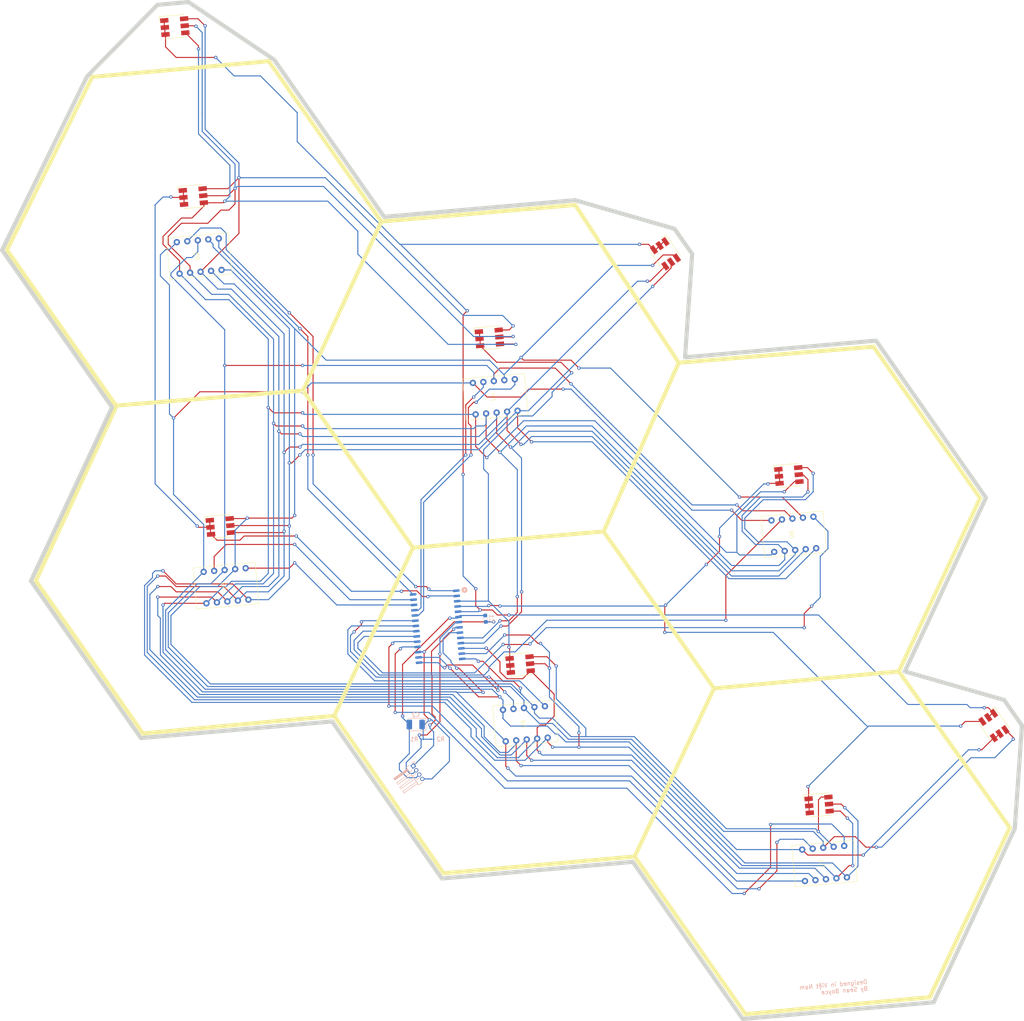
<source format=kicad_pcb>
(kicad_pcb (version 20221018) (generator pcbnew)
  (layers (0 "F.Cu" signal) (31 "B.Cu" signal) (34 "B.Paste" user) (35 "F.Paste" user) (36 "B.SilkS" user "B.Silkscreen") (37 "F.SilkS" user "F.Silkscreen") (38 "B.Mask" user) (39 "F.Mask" user) (44 "Edge.Cuts" user))
  (net 0 "")
  (net 1 "Net-(J1-Pin_1)")
  (net 2 "Net-(J1-Pin_2)")
  (net 3 "Net-(D1-BK)")
  (net 4 "Net-(D1-BA)")
  (net 5 "Net-(D1-GA)")
  (net 6 "Net-(D1-RA)")
  (net 7 "Net-(D2-BA)")
  (net 8 "Net-(D2-GA)")
  (net 9 "Net-(D2-RA)")
  (net 10 "Net-(D3-BK)")
  (net 11 "Net-(D5-BK)")
  (net 12 "Net-(J1-Pin_3)")
  (net 13 "Net-(J1-Pin_4)")
  (net 14 "Net-(U1-GRID12)")
  (net 15 "Net-(D7-BK)")
  (net 16 "Net-(D9-BA)")
  (net 17 "Net-(D9-RA)")
  (net 18 "Net-(U1-GRID1)")
  (net 19 "Net-(U1-GRID2)")
  (net 20 "Net-(U1-GRID3)")
  (net 21 "Net-(U1-GRID4)")
  (net 22 "Net-(U1-GRID5)")
  (net 23 "Net-(U1-GRID6)")
  (net 24 "Net-(U1-GRID7)")
  (net 25 "Net-(U1-GRID8)")
  (net 26 "Net-(U1-GRID9)")
  (net 27 "Net-(U1-GRID10)")
  (net 28 "Net-(U1-GRID11)")
  (footprint "LED_SMD:LED_RGB_5050-6" (layer "F.Cu") (at 189.7634 82.296 -55)
    (fp_text reference "D8" hide)
    (fp_text value "D9")
  )
  (footprint "LED_SMD:LED_RGB_5050-6" (layer "F.Cu") (at 71.4248 27.4828 5)
    (fp_text reference "D7" hide)
    (fp_text value "D10")
  )
  (footprint "LED_SMD:LED_RGB_5050-6" (layer "F.Cu") (at 82.415497 148.054305 5)
    (fp_text reference "D2" hide)
    (fp_text value "D3")
  )
  (footprint "LED_SMD:LED_RGB_5050-6" (layer "F.Cu") (at 226.8474 215.2396 5)
    (fp_text reference "D6" hide)
    (fp_text value "D7")
  )
  (footprint "files:7seg2_small" (layer "F.Cu") (at 148.717 116.7892 -175)
    (fp_text reference "U4")
    (fp_text value "~")
  )
  (footprint "LED_SMD:LED_RGB_5050-6" (layer "F.Cu") (at 75.8952 68.4784 5)
    (fp_text reference "D1" hide)
    (fp_text value "D2")
  )
  (footprint "files:7seg2_small" (layer "F.Cu") (at 220.747194 149.958053 -175)
    (fp_text reference "U6")
    (fp_text value "~")
  )
  (footprint "MountingHole:MountingHole_3.2mm_M3" (layer "F.Cu") (at 62.738 33.7566 5)
    (fp_text reference "H1" hide)
    (fp_text value "MountingHole")
  )
  (footprint "MountingHole:MountingHole_3.2mm_M3" (layer "F.Cu") (at 270.256 208.8896 5)
    (fp_text reference "H4" hide)
    (fp_text value "MountingHole")
  )
  (footprint "files:7seg2_small" (layer "F.Cu") (at 228.163994 229.358453 -175)
    (fp_text reference "U7")
    (fp_text value "~")
  )
  (footprint "files:7seg2_small" (layer "F.Cu") (at 77.303729 82.833077 -175)
    (fp_text reference "U2")
    (fp_text value "~")
  )
  (footprint "LED_SMD:LED_RGB_5050-6" (layer "F.Cu") (at 147.32 102.5652 5)
    (fp_text reference "D3" hide)
    (fp_text value "D4")
  )
  (footprint "LED_SMD:LED_RGB_5050-6" (layer "F.Cu") (at 154.7368 181.3814 5)
    (fp_text reference "D4" hide)
    (fp_text value "D5")
  )
  (footprint "files:7seg2_small" (layer "F.Cu") (at 155.9814 195.6562 -175)
    (fp_text reference "U5")
    (fp_text value "~")
  )
  (footprint "LED_SMD:LED_RGB_5050-6" (layer "F.Cu") (at 269.0114 196.088 -55)
    (fp_text reference "D9" hide)
    (fp_text value "D8")
  )
  (footprint "LED_SMD:LED_RGB_5050-6" (layer "F.Cu") (at 219.558568 135.763 5)
    (fp_text reference "D5" hide)
    (fp_text value "D6")
  )
  (footprint "MountingHole:MountingHole_3.2mm_M3" (layer "F.Cu") (at 190.4492 95.3262 5)
    (fp_text reference "H3" hide)
    (fp_text value "MountingHole")
  )
  (footprint "MountingHole:MountingHole_3.2mm_M3" (layer "F.Cu") (at 67.7164 189.0268)
    (fp_text reference "H2" hide)
    (fp_text value "MountingHole")
  )
  (footprint "files:7seg2_small" (layer "F.Cu") (at 83.780729 162.360477 -175)
    (fp_text reference "U3")
    (fp_text value "~")
  )
  (footprint "Capacitor_Tantalum_SMD:CP_EIA-3528-12_Kemet-T" (layer "B.Cu") (at 129.54 195.834 180)
    (fp_text reference "C2")
    (fp_text value "100uF")
  )
  (footprint "Capacitor_SMD:C_0603_1608Metric" (layer "B.Cu") (at 146.371546 170.317051 95)
    (fp_text reference "C1")
    (fp_text value "0.1uF")
  )
  (footprint "files:TM1640" (layer "B.Cu") (at 139.315235 163.554222 -175)
    (fp_text reference "U1" hide)
    (fp_text value "TM1640")
  )
  (footprint "Resistor_SMD:R_01005_0402Metric" (layer "B.Cu") (at 131.085 199.39 180)
    (fp_text reference "R1")
    (fp_text value "10k")
  )
  (footprint "Connector_PinHeader_1.27mm:PinHeader_1x04_P1.27mm_Horizontal" (layer "B.Cu") (at 128.938558 205.842677 -145)
    (fp_text reference "J1" hide)
    (fp_text value "Conn_01x04_Pin")
  )
  (footprint "Resistor_SMD:R_01005_0402Metric" (layer "B.Cu") (at 133.608 199.39)
    (fp_text reference "R2")
    (fp_text value "10k")
  )
  (gr_line (start 121.25 74.5) (end 94.0816 35.814) (stroke (width 1)) (layer "F.SilkS"))
  (gr_line (start 30.9626 81.3562) (end 51.5112 39.624) (stroke (width 1)) (layer "F.SilkS"))
  (gr_line (start 37.9222 161.163) (end 63.754 197.993) (stroke (width 1)) (layer "F.SilkS"))
  (gr_line (start 174.8536 149.2758) (end 128.8796 153.1874) (stroke (width 1)) (layer "F.SilkS"))
  (gr_line (start 30.9626 81.3562) (end 57.2516 118.8974) (stroke (width 1)) (layer "F.SilkS"))
  (gr_line (start 57.25 119.25) (end 37.9222 161.163) (stroke (width 1)) (layer "F.SilkS"))
  (gr_line (start 168 70.5) (end 121.25 74.5) (stroke (width 1)) (layer "F.SilkS"))
  (gr_line (start 253.5174 261.62) (end 272.8468 220.7006) (stroke (width 1)) (layer "F.SilkS"))
  (gr_line (start 265.684 141.224) (end 239.9538 104.6988) (stroke (width 1)) (layer "F.SilkS"))
  (gr_line (start 128.8796 153.1874) (end 109.8804 193.7512) (stroke (width 1)) (layer "F.SilkS"))
  (gr_line (start 182.3466 227.6856) (end 209.0674 265.7094) (stroke (width 1)) (layer "F.SilkS"))
  (gr_line (start 109.8804 193.7512) (end 136.271 231.7242) (stroke (width 1)) (layer "F.SilkS"))
  (gr_line (start 201.4982 187.1218) (end 174.8536 149.2758) (stroke (width 1)) (layer "F.SilkS"))
  (gr_line (start 51.5112 39.624) (end 94.0816 35.814) (stroke (width 1)) (layer "F.SilkS"))
  (gr_line (start 63.754 197.993) (end 109.8804 193.7512) (stroke (width 1)) (layer "F.SilkS"))
  (gr_line (start 192.9892 108.5596) (end 174.8536 149.2758) (stroke (width 1)) (layer "F.SilkS"))
  (gr_line (start 209.0674 265.7094) (end 253.5174 261.62) (stroke (width 1)) (layer "F.SilkS"))
  (gr_line (start 201.4982 187.1218) (end 182.3466 227.6856) (stroke (width 1)) (layer "F.SilkS"))
  (gr_line (start 272.8468 220.7006) (end 246.0752 183.0324) (stroke (width 1)) (layer "F.SilkS"))
  (gr_line (start 136.271 231.7242) (end 182.3466 227.6856) (stroke (width 1)) (layer "F.SilkS"))
  (gr_line (start 246.0752 183.0324) (end 201.4982 187.1218) (stroke (width 1)) (layer "F.SilkS"))
  (gr_line (start 102.362 115.2652) (end 121.25 74.5) (stroke (width 1)) (layer "F.SilkS"))
  (gr_line (start 239.9538 104.6988) (end 192.9892 108.5596) (stroke (width 1)) (layer "F.SilkS"))
  (gr_line (start 192.9892 108.5596) (end 168 70.5) (stroke (width 1)) (layer "F.SilkS"))
  (gr_line (start 246.0752 183.0324) (end 265.684 141.224) (stroke (width 1)) (layer "F.SilkS"))
  (gr_line (start 57.2516 118.8974) (end 102.362 115.2652) (stroke (width 1)) (layer "F.SilkS"))
  (gr_line (start 102.362 115.2652) (end 128.8796 153.1874) (stroke (width 1)) (layer "F.SilkS"))
  (gr_poly (pts (xy 67.247 22.222) (xy 50.25 39.5) (xy 29.756 81.404) (xy 56.273 119.298) (xy 36.712 161.21) (xy 63.228 199.105) (xy 109.38 195.109) (xy 135.82 232.983) (xy 181.897 228.967) (xy 208.413 266.862) (xy 254.489 262.846) (xy 274.049 220.935) (xy 275.776 196.055) (xy 271.479 189.92) (xy 247.533 183.04) (xy 267.093 141.129) (xy 240.576 103.234) (xy 194.5 107.25) (xy 196.229 82.345) (xy 191.956 76.242) (xy 167.984 69.355) (xy 121.908 73.372) (xy 95.392 35.476) (xy 74.746 21.566)) (stroke (width 1)) (fill none) (layer "Edge.Cuts"))
  (gr_text "Designed in Việt Nam\nBy Sean Boyce" (at 238.7346 260.0706 5) (layer "B.SilkS") (effects (font (size 1 1)) (justify left bottom mirror)))
  (segment (start 133.35 178.181) (end 133.35 183.896) (width 0.25) (layer "F.Cu") (net 1))
  (segment (start 133.096 195.961) (end 132.969 195.961) (width 0.25) (layer "F.Cu") (net 1))
  (segment (start 133.467 184.013) (end 133.467 193.284) (width 0.25) (layer "F.Cu") (net 1))
  (segment (start 134.239 194.056) (end 134.239 194.818) (width 0.25) (layer "F.Cu") (net 1))
  (segment (start 133.467 193.284) (end 134.239 194.056) (width 0.25) (layer "F.Cu") (net 1))
  (segment (start 133.35 183.896) (end 133.467 184.013) (width 0.25) (layer "F.Cu") (net 1))
  (segment (start 138.684 172.847) (end 133.35 178.181) (width 0.25) (layer "F.Cu") (net 1))
  (segment (start 134.239 194.818) (end 133.096 195.961) (width 0.25) (layer "F.Cu") (net 1))
  (via (at 138.684 172.847) (size 0.8) (drill 0.4) (layers "F.Cu" "B.Cu") (net 1))
  (via (at 132.969 195.961) (size 0.8) (drill 0.4) (layers "F.Cu" "B.Cu") (net 1))
  (segment (start 133.858 197.612) (end 133.858 199.39) (width 0.25) (layer "B.Cu") (net 1))
  (segment (start 132.969 196.723) (end 133.858 197.612) (width 0.25) (layer "B.Cu") (net 1))
  (segment (start 133.858 199.39) (end 133.858 200.923235) (width 0.25) (layer "B.Cu") (net 1))
  (segment (start 133.858 200.923235) (end 128.938558 205.842677) (width 0.25) (layer "B.Cu") (net 1))
  (segment (start 132.969 195.961) (end 132.969 196.723) (width 0.25) (layer "B.Cu") (net 1))
  (segment (start 140.09005 172.410393) (end 139.120607 172.410393) (width 0.25) (layer "B.Cu") (net 1))
  (segment (start 139.120607 172.410393) (end 138.684 172.847) (width 0.25) (layer "B.Cu") (net 1))
  (segment (start 132.207 198.374) (end 130.429 198.374) (width 0.25) (layer "F.Cu") (net 2))
  (segment (start 135.382 178.816) (end 135.382 195.199) (width 0.25) (layer "F.Cu") (net 2))
  (segment (start 135.382 195.199) (end 132.207 198.374) (width 0.25) (layer "F.Cu") (net 2))
  (via (at 130.429 198.374) (size 0.8) (drill 0.4) (layers "F.Cu" "B.Cu") (net 2))
  (via (at 135.382 178.816) (size 0.8) (drill 0.4) (layers "F.Cu" "B.Cu") (net 2))
  (segment (start 135.382 175.006) (end 135.382 178.816) (width 0.25) (layer "B.Cu") (net 2))
  (segment (start 130.429 198.374) (end 130.429 198.984) (width 0.25) (layer "B.Cu") (net 2))
  (segment (start 127.254 204.978) (end 130.835 201.397) (width 0.25) (layer "B.Cu") (net 2))
  (segment (start 128.143 207.645) (end 127.254 206.756) (width 0.25) (layer "B.Cu") (net 2))
  (segment (start 130.429 198.984) (end 130.835 199.39) (width 0.25) (layer "B.Cu") (net 2))
  (segment (start 128.905 207.645) (end 128.143 207.645) (width 0.25) (layer "B.Cu") (net 2))
  (segment (start 139.242774 171.145226) (end 135.382 175.006) (width 0.25) (layer "B.Cu") (net 2))
  (segment (start 129.667 206.883) (end 128.905 207.645) (width 0.25) (layer "B.Cu") (net 2))
  (segment (start 139.979362 171.145226) (end 139.242774 171.145226) (width 0.25) (layer "B.Cu") (net 2))
  (segment (start 127.254 206.756) (end 127.254 204.978) (width 0.25) (layer "B.Cu") (net 2))
  (segment (start 130.835 201.397) (end 130.835 199.39) (width 0.25) (layer "B.Cu") (net 2))
  (segment (start 88.138 150.368) (end 87.122 151.384) (width 0.25) (layer "F.Cu") (net 3))
  (segment (start 73.652497 68.835738) (end 73.504333 68.687574) (width 0.25) (layer "F.Cu") (net 3))
  (segment (start 80.02463 149.808846) (end 80.172794 149.95701) (width 0.25) (layer "F.Cu") (net 3))
  (segment (start 132.461 164.973) (end 131.191 164.973) (width 0.25) (layer "F.Cu") (net 3))
  (segment (start 73.504333 67.142208) (end 73.356168 66.994043) (width 0.25) (layer "F.Cu") (net 3))
  (segment (start 126.238 163.576) (end 126.111 163.703) (width 0.25) (layer "F.Cu") (net 3))
  (segment (start 73.652497 70.381105) (end 73.652497 68.835738) (width 0.25) (layer "F.Cu") (net 3))
  (segment (start 129.794 163.576) (end 126.238 163.576) (width 0.25) (layer "F.Cu") (net 3))
  (segment (start 87.122 151.384) (end 81.599784 151.384) (width 0.25) (layer "F.Cu") (net 3))
  (segment (start 73.504333 68.687574) (end 70.592574 68.687574) (width 0.25) (layer "F.Cu") (net 3))
  (segment (start 77.143479 148.263479) (end 80.02463 148.263479) (width 0.25) (layer "F.Cu") (net 3))
  (segment (start 80.02463 148.263479) (end 80.02463 149.808846) (width 0.25) (layer "F.Cu") (net 3))
  (segment (start 73.504333 68.687574) (end 73.504333 67.142208) (width 0.25) (layer "F.Cu") (net 3))
  (segment (start 100.711 150.368) (end 88.138 150.368) (width 0.25) (layer "F.Cu") (net 3))
  (segment (start 76.835 147.955) (end 77.143479 148.263479) (width 0.25) (layer "F.Cu") (net 3))
  (segment (start 70.592574 68.687574) (end 70.485 68.58) (width 0.25) (layer "F.Cu") (net 3))
  (segment (start 79.876465 148.115314) (end 80.02463 148.263479) (width 0.25) (layer "F.Cu") (net 3))
  (segment (start 81.599784 151.384) (end 80.172794 149.95701) (width 0.25) (layer "F.Cu") (net 3))
  (segment (start 131.191 164.973) (end 129.794 163.576) (width 0.25) (layer "F.Cu") (net 3))
  (segment (start 79.876465 146.569948) (end 79.876465 148.115314) (width 0.25) (layer "F.Cu") (net 3))
  (via (at 126.111 163.703) (size 0.8) (drill 0.4) (layers "F.Cu" "B.Cu") (net 3))
  (via (at 100.711 150.368) (size 0.8) (drill 0.4) (layers "F.Cu" "B.Cu") (net 3))
  (via (at 70.485 68.58) (size 0.8) (drill 0.4) (layers "F.Cu" "B.Cu") (net 3))
  (via (at 132.461 164.973) (size 0.8) (drill 0.4) (layers "F.Cu" "B.Cu") (net 3))
  (via (at 76.835 147.955) (size 0.8) (drill 0.4) (layers "F.Cu" "B.Cu") (net 3))
  (segment (start 66.675 70.485) (end 66.675 137.795) (width 0.25) (layer "B.Cu") (net 3))
  (segment (start 68.58 68.58) (end 66.675 70.485) (width 0.25) (layer "B.Cu") (net 3))
  (segment (start 132.614611 164.819389) (end 132.461 164.973) (width 0.25) (layer "B.Cu") (net 3))
  (segment (start 70.485 68.58) (end 68.58 68.58) (width 0.25) (layer "B.Cu") (net 3))
  (segment (start 66.675 137.795) (end 76.835 147.955) (width 0.25) (layer "B.Cu") (net 3))
  (segment (start 126.111 163.703) (end 114.046 163.703) (width 0.25) (layer "B.Cu") (net 3))
  (segment (start 114.046 163.703) (end 100.711 150.368) (width 0.25) (layer "B.Cu") (net 3))
  (segment (start 139.425923 164.819389) (end 132.614611 164.819389) (width 0.25) (layer "B.Cu") (net 3))
  (segment (start 68.58 80.01) (end 68.58 78.105) (width 0.25) (layer "F.Cu") (net 4))
  (segment (start 77.1398 32.143125) (end 77.1398 32.8676) (width 0.25) (layer "F.Cu") (net 4))
  (segment (start 153.67 104.14) (end 153.579557 104.049557) (width 0.25) (layer "F.Cu") (net 4))
  (segment (start 139.954 182.245) (end 139.446 182.245) (width 0.25) (layer "F.Cu") (net 4))
  (segment (start 151.765 206.375) (end 151.252794 205.862794) (width 0.25) (layer "F.Cu") (net 4))
  (segment (start 68.98627 166.59873) (end 79.052123 166.59873) (width 0.25) (layer "F.Cu") (net 4))
  (segment (start 222.0976 137.247357) (end 220.892643 137.247357) (width 0.25) (layer "F.Cu") (net 4))
  (segment (start 151.252794 205.862794) (end 151.252794 199.894453) (width 0.25) (layer "F.Cu") (net 4))
  (segment (start 68.58 167.005) (end 68.98627 166.59873) (width 0.25) (layer "F.Cu") (net 4))
  (segment (start 102.235 120.65) (end 95.25 120.65) (width 0.25) (layer "F.Cu") (net 4))
  (segment (start 68.58 78.105) (end 73.025 73.66) (width 0.25) (layer "F.Cu") (net 4))
  (segment (start 72.575123 84.005123) (end 68.58 80.01) (width 0.25) (layer "F.Cu") (net 4))
  (segment (start 75.565 73.66) (end 78.434232 70.790768) (width 0.25) (layer "F.Cu") (net 4))
  (segment (start 95.25 120.65) (end 93.98 119.38) (width 0.25) (layer "F.Cu") (net 4))
  (segment (start 146.685 131.445) (end 143.988394 128.748394) (width 0.25) (layer "F.Cu") (net 4))
  (segment (start 220.892643 137.247357) (end 218.44 139.7) (width 0.25) (layer "F.Cu") (net 4))
  (segment (start 73.963832 28.967157) (end 77.1398 32.143125) (width 0.25) (layer "F.Cu") (net 4))
  (segment (start 83.4898 69.596) (end 83.123043 69.962757) (width 0.25) (layer "F.Cu") (net 4))
  (segment (start 72.575123 87.07133) (end 72.575123 84.005123) (width 0.25) (layer "F.Cu") (net 4))
  (segment (start 145.796 188.087) (end 139.954 182.245) (width 0.25) (layer "F.Cu") (net 4))
  (segment (start 78.434232 70.790768) (end 78.434232 69.962757) (width 0.25) (layer "F.Cu") (net 4))
  (segment (start 83.123043 69.962757) (end 78.434232 69.962757) (width 0.25) (layer "F.Cu") (net 4))
  (segment (start 153.579557 104.049557) (end 149.859032 104.049557) (width 0.25) (layer "F.Cu") (net 4))
  (segment (start 73.025 73.66) (end 75.565 73.66) (width 0.25) (layer "F.Cu") (net 4))
  (segment (start 143.988394 128.748394) (end 143.988394 121.027453) (width 0.25) (layer "F.Cu") (net 4))
  (via (at 145.796 188.087) (size 0.8) (drill 0.4) (layers "F.Cu" "B.Cu") (net 4))
  (via (at 93.98 119.38) (size 0.8) (drill 0.4) (layers "F.Cu" "B.Cu") (net 4))
  (via (at 83.4898 69.596) (size 0.8) (drill 0.4) (layers "F.Cu" "B.Cu") (net 4))
  (via (at 102.235 120.65) (size 0.8) (drill 0.4) (layers "F.Cu" "B.Cu") (net 4))
  (via (at 139.446 182.245) (size 0.8) (drill 0.4) (layers "F.Cu" "B.Cu") (net 4))
  (via (at 153.67 104.14) (size 0.8) (drill 0.4) (layers "F.Cu" "B.Cu") (net 4))
  (via (at 77.1398 32.8676) (size 0.8) (drill 0.4) (layers "F.Cu" "B.Cu") (net 4))
  (via (at 151.765 206.375) (size 0.8) (drill 0.4) (layers "F.Cu" "B.Cu") (net 4))
  (via (at 218.44 139.7) (size 0.8) (drill 0.4) (layers "F.Cu" "B.Cu") (net 4))
  (via (at 146.685 131.445) (size 0.8) (drill 0.4) (layers "F.Cu" "B.Cu") (net 4))
  (via (at 68.58 167.005) (size 0.8) (drill 0.4) (layers "F.Cu" "B.Cu") (net 4))
  (segment (start 207.01 154.305) (end 207.645 154.94) (width 0.25) (layer "B.Cu") (net 4))
  (segment (start 207.01 154.305) (end 204.47 154.305) (width 0.25) (layer "B.Cu") (net 4))
  (segment (start 139.318341 187.96) (end 139.065 187.96) (width 0.25) (layer "B.Cu") (net 4))
  (segment (start 204.47 154.305) (end 172.72 122.555) (width 0.25) (layer "B.Cu") (net 4))
  (segment (start 108.331 69.596) (end 115.57 76.835) (width 0.25) (layer "B.Cu") (net 4))
  (segment (start 78.848793 93.345) (end 84.455 93.345) (width 0.25) (layer "B.Cu") (net 4))
  (segment (start 102.612453 121.027453) (end 102.235 120.65) (width 0.25) (layer "B.Cu") (net 4))
  (segment (start 206.926706 233.596706) (end 181.61 208.28) (width 0.25) (layer "B.Cu") (net 4))
  (segment (start 78.880026 187.96) (end 78.105 187.96) (width 0.25) (layer "B.Cu") (net 4))
  (segment (start 215.274894 154.94) (end 216.018588 154.196306) (width 0.25) (layer "B.Cu") (net 4))
  (segment (start 84.455 93.345) (end 93.98 102.87) (width 0.25) (layer "B.Cu") (net 4))
  (segment (start 181.61 208.28) (end 154.94 208.28) (width 0.25) (layer "B.Cu") (net 4))
  (segment (start 85.09 161.29) (end 83.82 162.56) (width 0.25) (layer "B.Cu") (net 4))
  (segment (start 84.709 68.3768) (end 83.4898 69.596) (width 0.25) (layer "B.Cu") (net 4))
  (segment (start 155.575 122.555) (end 146.685 131.445) (width 0.25) (layer "B.Cu") (net 4))
  (segment (start 223.435388 233.596706) (end 206.926706 233.596706) (width 0.25) (layer "B.Cu") (net 4))
  (segment (start 77.1398 53.3654) (end 84.709 60.9346) (width 0.25) (layer "B.Cu") (net 4))
  (segment (start 139.445341 188.087) (end 145.796 188.087) (width 0.25) (layer "B.Cu") (net 4))
  (segment (start 83.4898 69.596) (end 108.331 69.596) (width 0.25) (layer "B.Cu") (net 4))
  (segment (start 137.357699 104.14) (end 153.67 104.14) (width 0.25) (layer "B.Cu") (net 4))
  (segment (start 136.144 175.133) (end 137.60144 173.67556) (width 0.25) (layer "B.Cu") (net 4))
  (segment (start 207.645 154.94) (end 215.274894 154.94) (width 0.25) (layer "B.Cu") (net 4))
  (segment (start 72.575123 87.07133) (end 78.848793 93.345) (width 0.25) (layer "B.Cu") (net 4))
  (segment (start 77.1398 32.8676) (end 77.1398 53.3654) (width 0.25) (layer "B.Cu") (net 4))
  (segment (start 93.98 119.38) (end 93.98 159.385) (width 0.25) (layer "B.Cu") (net 4))
  (segment (start 138.049 180.467) (end 136.144 178.562) (width 0.25) (layer "B.Cu") (net 4))
  (segment (start 172.72 122.555) (end 155.575 122.555) (width 0.25) (layer "B.Cu") (net 4))
  (segment (start 137.60144 173.67556) (end 140.200737 173.67556) (width 0.25) (layer "B.Cu") (net 4))
  (segment (start 154.94 208.28) (end 153.67 208.28) (width 0.25) (layer "B.Cu") (net 4))
  (segment (start 115.57 82.352301) (end 137.357699 104.14) (width 0.25) (layer "B.Cu") (net 4))
  (segment (start 83.090853 162.56) (end 79.052123 166.59873) (width 0.25) (layer "B.Cu") (net 4))
  (segment (start 136.144 178.562) (end 136.144 175.133) (width 0.25) (layer "B.Cu") (net 4))
  (segment (start 218.44 139.7) (end 212.725 139.7) (width 0.25) (layer "B.Cu") (net 4))
  (segment (start 115.57 76.835) (end 115.57 82.352301) (width 0.25) (layer "B.Cu") (net 4))
  (segment (start 139.065 187.96) (end 78.880026 187.96) (width 0.25) (layer "B.Cu") (net 4))
  (segment (start 78.105 187.96) (end 68.58 178.435) (width 0.25) (layer "B.Cu") (net 4))
  (segment (start 93.98 102.87) (end 93.98 119.38) (width 0.25) (layer "B.Cu") (net 4))
  (segment (start 93.98 159.385) (end 92.075 161.29) (width 0.25) (layer "B.Cu") (net 4))
  (segment (start 84.709 60.9346) (end 84.709 68.3768) (width 0.25) (layer "B.Cu") (net 4))
  (segment (start 68.58 178.435) (end 68.58 167.005) (width 0.25) (layer "B.Cu") (net 4))
  (segment (start 153.67 208.28) (end 151.765 206.375) (width 0.25) (layer "B.Cu") (net 4))
  (segment (start 83.82 162.56) (end 83.090853 162.56) (width 0.25) (layer "B.Cu") (net 4))
  (segment (start 139.318341 187.96) (end 139.445341 188.087) (width 0.25) (layer "B.Cu") (net 4))
  (segment (start 139.446 182.245) (end 138.049 180.848) (width 0.25) (layer "B.Cu") (net 4))
  (segment (start 207.01 145.415) (end 207.01 154.305) (width 0.25) (layer "B.Cu") (net 4))
  (segment (start 92.075 161.29) (end 85.09 161.29) (width 0.25) (layer "B.Cu") (net 4))
  (segment (start 151.252794 199.894453) (end 139.318341 187.96) (width 0.25) (layer "B.Cu") (net 4))
  (segment (start 143.988394 121.027453) (end 102.612453 121.027453) (width 0.25) (layer "B.Cu") (net 4))
  (segment (start 212.725 139.7) (end 207.01 145.415) (width 0.25) (layer "B.Cu") (net 4))
  (segment (start 138.049 180.848) (end 138.049 180.467) (width 0.25) (layer "B.Cu") (net 4))
  (segment (start 154.051 168.783) (end 154.051 164.973) (width 0.25) (layer "F.Cu") (net 5))
  (segment (start 75.105458 85.265458) (end 69.85 80.01) (width 0.25) (layer "F.Cu") (net 5))
  (segment (start 152.913974 102.356026) (end 149.710867 102.356026) (width 0.25) (layer "F.Cu") (net 5))
  (segment (start 82.55 71.755) (end 84.455 71.755) (width 0.25) (layer "F.Cu") (net 5))
  (segment (start 153.035 102.235) (end 152.913974 102.356026) (width 0.25) (layer "F.Cu") (net 5))
  (segment (start 95.885 123.825) (end 95.25 123.19) (width 0.25) (layer "F.Cu") (net 5))
  (segment (start 69.85 80.01) (end 69.85 78.105) (width 0.25) (layer "F.Cu") (net 5))
  (segment (start 75.105458 86.849954) (end 75.105458 85.265458) (width 0.25) (layer "F.Cu") (net 5))
  (segment (start 76.397226 27.273626) (end 73.815667 27.273626) (width 0.25) (layer "F.Cu") (net 5))
  (segment (start 84.455 71.755) (end 85.9536 70.2564) (width 0.25) (layer "F.Cu") (net 5))
  (segment (start 76.5302 27.4066) (end 76.397226 27.273626) (width 0.25) (layer "F.Cu") (net 5))
  (segment (start 67.31 165.1) (end 80.305104 165.1) (width 0.25) (layer "F.Cu") (net 5))
  (segment (start 224.155 136.755571) (end 224.155 139.7) (width 0.25) (layer "F.Cu") (net 5))
  (segment (start 73.025 74.93) (end 79.375 74.93) (width 0.25) (layer "F.Cu") (net 5))
  (segment (start 149.86 170.815) (end 152.019 170.815) (width 0.25) (layer "F.Cu") (net 5))
  (segment (start 221.949435 135.553826) (end 222.953255 135.553826) (width 0.25) (layer "F.Cu") (net 5))
  (segment (start 154.94 205.74) (end 153.783129 204.583129) (width 0.25) (layer "F.Cu") (net 5))
  (segment (start 78.286067 68.269226) (end 84.206974 68.269226) (width 0.25) (layer "F.Cu") (net 5))
  (segment (start 85.9536 70.2564) (end 85.9536 66.5226) (width 0.25) (layer "F.Cu") (net 5))
  (segment (start 69.85 78.105) (end 73.025 74.93) (width 0.25) (layer "F.Cu") (net 5))
  (segment (start 222.953255 135.553826) (end 224.155 136.755571) (width 0.25) (layer "F.Cu") (net 5))
  (segment (start 79.375 74.93) (end 82.55 71.755) (width 0.25) (layer "F.Cu") (net 5))
  (segment (start 152.019 170.815) (end 154.051 168.783) (width 0.25) (layer "F.Cu") (net 5))
  (segment (start 102.235 123.825) (end 95.885 123.825) (width 0.25) (layer "F.Cu") (net 5))
  (segment (start 153.783129 204.583129) (end 153.783129 199.673077) (width 0.25) (layer "F.Cu") (net 5))
  (segment (start 84.206974 68.269226) (end 85.9536 66.5226) (width 0.25) (layer "F.Cu") (net 5))
  (segment (start 146.518729 126.833729) (end 146.518729 120.806077) (width 0.25) (layer "F.Cu") (net 5))
  (segment (start 80.305104 165.1) (end 81.582458 166.377354) (width 0.25) (layer "F.Cu") (net 5))
  (segment (start 149.86 130.175) (end 146.518729 126.833729) (width 0.25) (layer "F.Cu") (net 5))
  (via (at 154.051 164.973) (size 0.8) (drill 0.4) (layers "F.Cu" "B.Cu") (net 5))
  (via (at 102.235 123.825) (size 0.8) (drill 0.4) (layers "F.Cu" "B.Cu") (net 5))
  (via (at 149.86 170.815) (size 0.8) (drill 0.4) (layers "F.Cu" "B.Cu") (net 5))
  (via (at 76.5302 27.4066) (size 0.8) (drill 0.4) (layers "F.Cu" "B.Cu") (net 5))
  (via (at 153.035 102.235) (size 0.8) (drill 0.4) (layers "F.Cu" "B.Cu") (net 5))
  (via (at 224.155 139.7) (size 0.8) (drill 0.4) (layers "F.Cu" "B.Cu") (net 5))
  (via (at 154.94 205.74) (size 0.8) (drill 0.4) (layers "F.Cu" "B.Cu") (net 5))
  (via (at 95.25 123.19) (size 0.8) (drill 0.4) (layers "F.Cu" "B.Cu") (net 5))
  (via (at 149.86 130.175) (size 0.8) (drill 0.4) (layers "F.Cu" "B.Cu") (net 5))
  (via (at 85.9536 66.5226) (size 0.8) (drill 0.4) (layers "F.Cu" "B.Cu") (net 5))
  (via (at 67.31 165.1) (size 0.8) (drill 0.4) (layers "F.Cu" "B.Cu") (net 5))
  (segment (start 154.051 164.973) (end 154.051 134.366) (width 0.25) (layer "B.Cu") (net 5))
  (segment (start 67.31 169.545) (end 67.31 165.1) (width 0.25) (layer "B.Cu") (net 5))
  (segment (start 212.725 140.97) (end 208.28 145.415) (width 0.25) (layer "B.Cu") (net 5))
  (segment (start 205.74 157.48) (end 192.405 144.145) (width 0.25) (layer "B.Cu") (net 5))
  (segment (start 153.783129 199.673077) (end 153.783129 200.546871) (width 0.25) (layer "B.Cu") (net 5))
  (segment (start 225.965723 233.37533) (end 224.365393 231.775) (width 0.25) (layer "B.Cu") (net 5))
  (segment (start 102.87 124.46) (end 102.235 123.825) (width 0.25) (layer "B.Cu") (net 5))
  (segment (start 76.2 187.325) (end 67.945 179.07) (width 0.25) (layer "B.Cu") (net 5))
  (segment (start 77.47 188.595) (end 76.2 187.325) (width 0.25) (layer "B.Cu") (net 5))
  (segment (start 107.315 66.04) (end 143.51 102.235) (width 0.25) (layer "B.Cu") (net 5))
  (segment (start 95.25 123.19) (end 95.25 159.385) (width 0.25) (layer "B.Cu") (net 5))
  (segment (start 146.518729 123.356271) (end 146.05 123.825) (width 0.25) (layer "B.Cu") (net 5))
  (segment (start 146.05 123.825) (end 144.145 123.825) (width 0.25) (layer "B.Cu") (net 5))
  (segment (start 154.051 134.366) (end 149.86 130.175) (width 0.25) (layer "B.Cu") (net 5))
  (segment (start 95.25 102.87) (end 95.25 105.41) (width 0.25) (layer "B.Cu") (net 5))
  (segment (start 86.4362 66.04) (end 107.315 66.04) (width 0.25) (layer "B.Cu") (net 5))
  (segment (start 86.034812 161.925) (end 81.582458 166.377354) (width 0.25) (layer "B.Cu") (net 5))
  (segment (start 192.405 144.145) (end 172.085 123.825) (width 0.25) (layer "B.Cu") (net 5))
  (segment (start 156.21 123.825) (end 149.86 130.175) (width 0.25) (layer "B.Cu") (net 5))
  (segment (start 78.0288 28.9052) (end 76.5302 27.4066) (width 0.25) (layer "B.Cu") (net 5))
  (segment (start 146.05 196.215) (end 138.43 188.595) (width 0.25) (layer "B.Cu") (net 5))
  (segment (start 143.51 102.235) (end 153.035 102.235) (width 0.25) (layer "B.Cu") (net 5))
  (segment (start 75.105458 86.849954) (end 80.330504 92.075) (width 0.25) (layer "B.Cu") (net 5))
  (segment (start 172.085 123.825) (end 156.21 123.825) (width 0.25) (layer "B.Cu") (net 5))
  (segment (start 216.973993 152.4) (end 218.548923 153.97493) (width 0.25) (layer "B.Cu") (net 5))
  (segment (start 180.975 205.74) (end 154.94 205.74) (width 0.25) (layer "B.Cu") (net 5))
  (segment (start 78.0288 48.2346) (end 78.0288 28.9052) (width 0.25) (layer "B.Cu") (net 5))
  (segment (start 140.311425 174.940727) (end 145.734273 174.940727) (width 0.25) (layer "B.Cu") (net 5))
  (segment (start 85.9536 66.5226) (end 85.9536 60.6806) (width 0.25) (layer "B.Cu") (net 5))
  (segment (start 218.548923 156.101077) (end 217.17 157.48) (width 0.25) (layer "B.Cu") (net 5))
  (segment (start 144.145 123.825) (end 143.51 124.46) (width 0.25) (layer "B.Cu") (net 5))
  (segment (start 208.28 149.225) (end 211.455 152.4) (width 0.25) (layer "B.Cu") (net 5))
  (segment (start 145.734273 174.940727) (end 149.86 170.815) (width 0.25) (layer "B.Cu") (net 5))
  (segment (start 217.17 157.48) (end 205.74 157.48) (width 0.25) (layer "B.Cu") (net 5))
  (segment (start 207.01 231.775) (end 180.975 205.74) (width 0.25) (layer "B.Cu") (net 5))
  (segment (start 218.548923 153.97493) (end 218.548923 156.101077) (width 0.25) (layer "B.Cu") (net 5))
  (segment (start 222.885 140.97) (end 212.725 140.97) (width 0.25) (layer "B.Cu") (net 5))
  (segment (start 67.945 179.07) (end 67.945 170.18) (width 0.25) (layer "B.Cu") (net 5))
  (segment (start 67.945 170.18) (end 67.31 169.545) (width 0.25) (layer "B.Cu") (net 5))
  (segment (start 138.43 188.595) (end 77.47 188.595) (width 0.25) (layer "B.Cu") (net 5))
  (segment (start 84.6328 59.3598) (end 78.0288 52.7558) (width 0.25) (layer "B.Cu") (net 5))
  (segment (start 95.25 159.385) (end 92.71 161.925) (width 0.25) (layer "B.Cu") (net 5))
  (segment (start 146.05 198.755) (end 146.05 196.215) (width 0.25) (layer "B.Cu") (net 5))
  (segment (start 143.51 124.46) (end 102.87 124.46) (width 0.25) (layer "B.Cu") (net 5))
  (segment (start 146.518729 120.806077) (end 146.518729 123.356271) (width 0.25) (layer "B.Cu") (net 5))
  (segment (start 85.9536 60.6806) (end 84.6328 59.3598) (width 0.25) (layer "B.Cu") (net 5))
  (segment (start 153.783129 200.546871) (end 153.035 201.295) (width 0.25) (layer "B.Cu") (net 5))
  (segment (start 85.9536 66.5226) (end 86.4362 66.04) (width 0.25) (layer "B.Cu") (net 5))
  (segment (start 224.155 139.7) (end 222.885 140.97) (width 0.25) (layer "B.Cu") (net 5))
  (segment (start 211.455 152.4) (end 216.973993 152.4) (width 0.25) (layer "B.Cu") (net 5))
  (segment (start 95.25 105.41) (end 95.25 123.19) (width 0.25) (layer "B.Cu") (net 5))
  (segment (start 208.28 145.415) (end 208.28 149.225) (width 0.25) (layer "B.Cu") (net 5))
  (segment (start 80.330504 92.075) (end 84.455 92.075) (width 0.25) (layer "B.Cu") (net 5))
  (segment (start 92.71 161.925) (end 86.034812 161.925) (width 0.25) (layer "B.Cu") (net 5))
  (segment (start 224.365393 231.775) (end 207.01 231.775) (width 0.25) (layer "B.Cu") (net 5))
  (segment (start 149.86 202.565) (end 146.05 198.755) (width 0.25) (layer "B.Cu") (net 5))
  (segment (start 78.0288 52.7558) (end 78.0288 48.2346) (width 0.25) (layer "B.Cu") (net 5))
  (segment (start 153.035 201.295) (end 151.765 202.565) (width 0.25) (layer "B.Cu") (net 5))
  (segment (start 84.455 92.075) (end 95.25 102.87) (width 0.25) (layer "B.Cu") (net 5))
  (segment (start 151.765 202.565) (end 149.86 202.565) (width 0.25) (layer "B.Cu") (net 5))
  (segment (start 86.8934 77.370971) (end 86.8934 63.9318) (width 0.25) (layer "F.Cu") (net 6))
  (segment (start 221.801271 133.860295) (end 224.030295 133.860295) (width 0.25) (layer "F.Cu") (net 6))
  (segment (start 101.6 125.73) (end 97.155 125.73) (width 0.25) (layer "F.Cu") (net 6))
  (segment (start 97.155 125.73) (end 96.52 125.095) (width 0.25) (layer "F.Cu") (net 6))
  (segment (start 153.035 99.695) (end 152.067505 100.662495) (width 0.25) (layer "F.Cu") (net 6))
  (segment (start 150.114 172.085) (end 151.638 172.085) (width 0.25) (layer "F.Cu") (net 6))
  (segment (start 77.635792 86.628579) (end 86.8934 77.370971) (width 0.25) (layer "F.Cu") (net 6))
  (segment (start 81.786813 163.83) (end 84.112792 166.155979) (width 0.25) (layer "F.Cu") (net 6))
  (segment (start 73.667503 25.580095) (end 77.015095 25.580095) (width 0.25) (layer "F.Cu") (net 6))
  (segment (start 149.049063 125.554063) (end 149.049063 120.584702) (width 0.25) (layer "F.Cu") (net 6))
  (segment (start 152.4 128.905) (end 149.049063 125.554063) (width 0.25) (layer "F.Cu") (net 6))
  (segment (start 155.067 168.656) (end 155.067 163.83) (width 0.25) (layer "F.Cu") (net 6))
  (segment (start 157.48 204.47) (end 156.313463 203.303463) (width 0.25) (layer "F.Cu") (net 6))
  (segment (start 71.755 163.83) (end 81.786813 163.83) (width 0.25) (layer "F.Cu") (net 6))
  (segment (start 152.067505 100.662495) (end 149.562703 100.662495) (width 0.25) (layer "F.Cu") (net 6))
  (segment (start 156.313463 203.303463) (end 156.313463 199.451702) (width 0.25) (layer "F.Cu") (net 6))
  (segment (start 70.485 162.56) (end 71.755 163.83) (width 0.25) (layer "F.Cu") (net 6))
  (segment (start 224.030295 133.860295) (end 225.425 135.255) (width 0.25) (layer "F.Cu") (net 6))
  (segment (start 78.137903 66.575695) (end 84.249505 66.575695) (width 0.25) (layer "F.Cu") (net 6))
  (segment (start 77.015095 25.580095) (end 78.74 27.305) (width 0.25) (layer "F.Cu") (net 6))
  (segment (start 67.31 162.56) (end 70.485 162.56) (width 0.25) (layer "F.Cu") (net 6))
  (segment (start 151.638 172.085) (end 155.067 168.656) (width 0.25) (layer "F.Cu") (net 6))
  (segment (start 84.249505 66.575695) (end 86.8934 63.9318) (width 0.25) (layer "F.Cu") (net 6))
  (via (at 225.425 135.255) (size 0.8) (drill 0.4) (layers "F.Cu" "B.Cu") (net 6))
  (via (at 157.48 204.47) (size 0.8) (drill 0.4) (layers "F.Cu" "B.Cu") (net 6))
  (via (at 78.74 27.305) (size 0.8) (drill 0.4) (layers "F.Cu" "B.Cu") (net 6))
  (via (at 67.31 162.56) (size 0.8) (drill 0.4) (layers "F.Cu" "B.Cu") (net 6))
  (via (at 153.035 99.695) (size 0.8) (drill 0.4) (layers "F.Cu" "B.Cu") (net 6))
  (via (at 101.6 125.73) (size 0.8) (drill 0.4) (layers "F.Cu" "B.Cu") (net 6))
  (via (at 86.8934 63.9318) (size 0.8) (drill 0.4) (layers "F.Cu" "B.Cu") (net 6))
  (via (at 96.52 125.095) (size 0.8) (drill 0.4) (layers "F.Cu" "B.Cu") (net 6))
  (via (at 150.114 172.085) (size 0.8) (drill 0.4) (layers "F.Cu" "B.Cu") (net 6))
  (via (at 152.4 128.905) (size 0.8) (drill 0.4) (layers "F.Cu" "B.Cu") (net 6))
  (via (at 155.067 163.83) (size 0.8) (drill 0.4) (layers "F.Cu" "B.Cu") (net 6))
  (segment (start 86.8934 63.9318) (end 86.8934 60.4012) (width 0.25) (layer "B.Cu") (net 6))
  (segment (start 140.422113 176.205895) (end 145.993105 176.205895) (width 0.25) (layer "B.Cu") (net 6))
  (segment (start 65.405 166.121116) (end 65.405 164.465) (width 0.25) (layer "B.Cu") (net 6))
  (segment (start 225.425 139.7) (end 223.52 141.605) (width 0.25) (layer "B.Cu") (net 6))
  (segment (start 149.049063 120.584702) (end 149.049063 122.095937) (width 0.25) (layer "B.Cu") (net 6))
  (segment (start 219.090702 151.765) (end 221.079257 153.753555) (width 0.25) (layer "B.Cu") (net 6))
  (segment (start 151.13 203.2) (end 149.86 203.2) (width 0.25) (layer "B.Cu") (net 6))
  (segment (start 225.425 135.255) (end 225.425 139.7) (width 0.25) (layer "B.Cu") (net 6))
  (segment (start 207.645 230.505) (end 181.61 204.47) (width 0.25) (layer "B.Cu") (net 6))
  (segment (start 81.812213 90.805) (end 85.09 90.805) (width 0.25) (layer "B.Cu") (net 6))
  (segment (start 76.835 189.23) (end 66.675 179.07) (width 0.25) (layer "B.Cu") (net 6))
  (segment (start 221.079257 153.753555) (end 221.079257 154.831185) (width 0.25) (layer "B.Cu") (net 6))
  (segment (start 221.079257 154.831185) (end 217.160442 158.75) (width 0.25) (layer "B.Cu") (net 6))
  (segment (start 228.496057 233.153955) (end 225.847102 230.505) (width 0.25) (layer "B.Cu") (net 6))
  (segment (start 96.52 125.095) (end 96.52 160.02) (width 0.25) (layer "B.Cu") (net 6))
  (segment (start 181.61 204.47) (end 180.975 204.47) (width 0.25) (layer "B.Cu") (net 6))
  (segment (start 145.415 196.85) (end 137.795 189.23) (width 0.25) (layer "B.Cu") (net 6))
  (segment (start 145.993105 176.205895) (end 150.114 172.085) (width 0.25) (layer "B.Cu") (net 6))
  (segment (start 86.8934 60.4012) (end 78.8416 52.3494) (width 0.25) (layer "B.Cu") (net 6))
  (segment (start 155.067 163.83) (end 155.067 131.572) (width 0.25) (layer "B.Cu") (net 6))
  (segment (start 153.035 128.905) (end 152.4 128.905) (width 0.25) (layer "B.Cu") (net 6))
  (segment (start 149.049063 122.095937) (end 144.78 126.365) (width 0.25) (layer "B.Cu") (net 6))
  (segment (start 137.795 189.23) (end 76.835 189.23) (width 0.25) (layer "B.Cu") (net 6))
  (segment (start 85.09 90.805) (end 96.52 102.235) (width 0.25) (layer "B.Cu") (net 6))
  (segment (start 213.36 141.605) (end 208.915 146.05) (width 0.25) (layer "B.Cu") (net 6))
  (segment (start 225.847102 230.505) (end 207.645 230.505) (width 0.25) (layer "B.Cu") (net 6))
  (segment (start 223.52 141.605) (end 213.36 141.605) (width 0.25) (layer "B.Cu") (net 6))
  (segment (start 87.708771 162.56) (end 84.112792 166.155979) (width 0.25) (layer "B.Cu") (net 6))
  (segment (start 150.495 97.155) (end 153.035 99.695) (width 0.25) (layer "B.Cu") (net 6))
  (segment (start 212.09 151.765) (end 219.090702 151.765) (width 0.25) (layer "B.Cu") (net 6))
  (segment (start 172.085 125.095) (end 156.845 125.095) (width 0.25) (layer "B.Cu") (net 6))
  (segment (start 102.235 126.365) (end 101.6 125.73) (width 0.25) (layer "B.Cu") (net 6))
  (segment (start 65.405 177.8) (end 65.405 166.121116) (width 0.25) (layer "B.Cu") (net 6))
  (segment (start 155.067 131.572) (end 152.4 128.905) (width 0.25) (layer "B.Cu") (net 6))
  (segment (start 180.975 204.47) (end 157.48 204.47) (width 0.25) (layer "B.Cu") (net 6))
  (segment (start 140.97 97.155) (end 150.495 97.155) (width 0.25) (layer "B.Cu") (net 6))
  (segment (start 96.52 102.235) (end 96.52 125.095) (width 0.25) (layer "B.Cu") (net 6))
  (segment (start 93.98 162.56) (end 87.708771 162.56) (width 0.25) (layer "B.Cu") (net 6))
  (segment (start 66.675 179.07) (end 65.405 177.8) (width 0.25) (layer "B.Cu") (net 6))
  (segment (start 65.405 164.465) (end 67.31 162.56) (width 0.25) (layer "B.Cu") (net 6))
  (segment (start 215.9 158.75) (end 205.74 158.75) (width 0.25) (layer "B.Cu") (net 6))
  (segment (start 107.7468 63.9318) (end 140.97 97.155) (width 0.25) (layer "B.Cu") (net 6))
  (segment (start 217.160442 158.75) (end 215.9 158.75) (width 0.25) (layer "B.Cu") (net 6))
  (segment (start 156.845 125.095) (end 153.035 128.905) (width 0.25) (layer "B.Cu") (net 6))
  (segment (start 86.8934 63.9318) (end 107.7468 63.9318) (width 0.25) (layer "B.Cu") (net 6))
  (segment (start 77.635792 86.628579) (end 81.812213 90.805) (width 0.25) (layer "B.Cu") (net 6))
  (segment (start 208.915 146.05) (end 208.915 148.59) (width 0.25) (layer "B.Cu") (net 6))
  (segment (start 149.86 203.2) (end 145.415 198.755) (width 0.25) (layer "B.Cu") (net 6))
  (segment (start 145.415 198.755) (end 145.415 196.85) (width 0.25) (layer "B.Cu") (net 6))
  (segment (start 156.313463 199.451702) (end 152.565165 203.2) (width 0.25) (layer "B.Cu") (net 6))
  (segment (start 208.915 148.59) (end 212.09 151.765) (width 0.25) (layer "B.Cu") (net 6))
  (segment (start 196.85 149.86) (end 172.085 125.095) (width 0.25) (layer "B.Cu") (net 6))
  (segment (start 78.8416 52.3494) (end 78.74 52.2478) (width 0.25) (layer "B.Cu") (net 6))
  (segment (start 144.78 126.365) (end 102.235 126.365) (width 0.25) (layer "B.Cu") (net 6))
  (segment (start 96.52 160.02) (end 93.98 162.56) (width 0.25) (layer "B.Cu") (net 6))
  (segment (start 152.565165 203.2) (end 151.13 203.2) (width 0.25) (layer "B.Cu") (net 6))
  (segment (start 78.74 52.2478) (end 78.74 27.305) (width 0.25) (layer "B.Cu") (net 6))
  (segment (start 205.74 158.75) (end 196.85 149.86) (width 0.25) (layer "B.Cu") (net 6))
  (segment (start 155.356589 184.785) (end 157.275832 182.865757) (width 0.25) (layer "F.Cu") (net 7))
  (segment (start 101.6 128.905) (end 99.06 128.905) (width 0.25) (layer "F.Cu") (net 7))
  (segment (start 231.963957 216.723957) (end 233.68 218.44) (width 0.25) (layer "F.Cu") (net 7))
  (segment (start 67.31 160.02) (end 69.215 160.02) (width 0.25) (layer "F.Cu") (net 7))
  (segment (start 97.476338 149.538662) (end 97.79 149.225) (width 0.25) (layer "F.Cu") (net 7))
  (segment (start 151.579398 124.909398) (end 151.579398 120.363326) (width 0.25) (layer "F.Cu") (net 7))
  (segment (start 151.511 184.785) (end 155.356589 184.785) (width 0.25) (layer "F.Cu") (net 7))
  (segment (start 157.275832 182.865757) (end 162.941 188.530925) (width 0.25) (layer "F.Cu") (net 7))
  (segment (start 159.385 202.565) (end 158.843798 202.023798) (width 0.25) (layer "F.Cu") (net 7))
  (segment (start 149.86 183.134) (end 151.511 184.785) (width 0.25) (layer "F.Cu") (net 7))
  (segment (start 162.941 188.530925) (end 162.941 193.802) (width 0.25) (layer "F.Cu") (net 7))
  (segment (start 229.386432 216.723957) (end 231.963957 216.723957) (width 0.25) (layer "F.Cu") (net 7))
  (segment (start 160.782 195.961) (end 159.512 195.961) (width 0.25) (layer "F.Cu") (net 7))
  (segment (start 83.268524 162.56) (end 86.643127 165.934603) (width 0.25) (layer "F.Cu") (net 7))
  (segment (start 146.558 177.419) (end 149.86 180.721) (width 0.25) (layer "F.Cu") (net 7))
  (segment (start 158.843798 202.023798) (end 158.843798 199.230326) (width 0.25) (layer "F.Cu") (net 7))
  (segment (start 234.088971 229.87) (end 231.026392 232.932579) (width 0.25) (layer "F.Cu") (net 7))
  (segment (start 158.843798 196.629202) (end 158.843798 199.230326) (width 0.25) (layer "F.Cu") (net 7))
  (segment (start 189.747425 85.237045) (end 186.08447 88.9) (width 0.25) (layer "F.Cu") (net 7))
  (segment (start 99.06 128.905) (end 97.79 130.175) (width 0.25) (layer "F.Cu") (net 7))
  (segment (start 186.08447 88.9) (end 185.42 88.9) (width 0.25) (layer "F.Cu") (net 7))
  (segment (start 159.512 195.961) (end 158.843798 196.629202) (width 0.25) (layer "F.Cu") (net 7))
  (segment (start 234.95 229.87) (end 234.088971 229.87) (width 0.25) (layer "F.Cu") (net 7))
  (segment (start 154.94 128.27) (end 151.579398 124.909398) (width 0.25) (layer "F.Cu") (net 7))
  (segment (start 149.86 180.721) (end 149.86 183.134) (width 0.25) (layer "F.Cu") (net 7))
  (segment (start 162.941 193.802) (end 160.782 195.961) (width 0.25) (layer "F.Cu") (net 7))
  (segment (start 84.954529 149.538662) (end 97.476338 149.538662) (width 0.25) (layer "F.Cu") (net 7))
  (segment (start 69.215 160.02) (end 71.755 162.56) (width 0.25) (layer "F.Cu") (net 7))
  (segment (start 71.755 162.56) (end 83.268524 162.56) (width 0.25) (layer "F.Cu") (net 7))
  (via (at 154.94 128.27) (size 0.8) (drill 0.4) (layers "F.Cu" "B.Cu") (net 7))
  (via (at 234.95 229.87) (size 0.8) (drill 0.4) (layers "F.Cu" "B.Cu") (net 7))
  (via (at 97.79 149.225) (size 0.8) (drill 0.4) (layers "F.Cu" "B.Cu") (net 7))
  (via (at 97.79 130.175) (size 0.8) (drill 0.4) (layers "F.Cu" "B.Cu") (net 7))
  (via (at 159.385 202.565) (size 0.8) (drill 0.4) (layers "F.Cu" "B.Cu") (net 7))
  (via (at 101.6 128.905) (size 0.8) (drill 0.4) (layers "F.Cu" "B.Cu") (net 7))
  (via (at 233.68 218.44) (size 0.8) (drill 0.4) (layers "F.Cu" "B.Cu") (net 7))
  (via (at 185.42 88.9) (size 0.8) (drill 0.4) (layers "F.Cu" "B.Cu") (net 7))
  (via (at 67.31 160.02) (size 0.8) (drill 0.4) (layers "F.Cu" "B.Cu") (net 7))
  (via (at 146.558 177.419) (size 0.8) (drill 0.4) (layers "F.Cu" "B.Cu") (net 7))
  (segment (start 140.532801 177.471062) (end 146.505938 177.471062) (width 0.25) (layer "B.Cu") (net 7))
  (segment (start 234.95 219.71) (end 234.95 229.87) (width 0.25) (layer "B.Cu") (net 7))
  (segment (start 97.79 130.175) (end 97.79 149.225) (width 0.25) (layer "B.Cu") (net 7))
  (segment (start 137.16 189.865) (end 76.2 189.865) (width 0.25) (layer "B.Cu") (net 7))
  (segment (start 200.025 221.615) (end 182.245 203.835) (width 0.25) (layer "B.Cu") (net 7))
  (segment (start 64.77 178.435) (end 64.77 162.56) (width 0.25) (layer "B.Cu") (net 7))
  (segment (start 205.74 160.02) (end 176.53 130.81) (width 0.25) (layer "B.Cu") (net 7))
  (segment (start 179.705 203.2) (end 160.02 203.2) (width 0.25) (layer "B.Cu") (net 7))
  (segment (start 231.026392 232.932579) (end 227.963813 229.87) (width 0.25) (layer "B.Cu") (net 7))
  (segment (start 154.305 203.835) (end 149.225 203.835) (width 0.25) (layer "B.Cu") (net 7))
  (segment (start 157.48 126.365) (end 155.575 128.27) (width 0.25) (layer "B.Cu") (net 7))
  (segment (start 154.524124 203.615876) (end 154.305 203.835) (width 0.25) (layer "B.Cu") (net 7))
  (segment (start 185.42 88.9) (end 183.042724 88.9) (width 0.25) (layer "B.Cu") (net 7))
  (segment (start 151.579398 121.470602) (end 144.78 128.27) (width 0.25) (layer "B.Cu") (net 7))
  (segment (start 144.78 128.27) (end 102.235 128.27) (width 0.25) (layer "B.Cu") (net 7))
  (segment (start 154.524124 203.55) (end 154.524124 203.615876) (width 0.25) (layer "B.Cu") (net 7))
  (segment (start 160.02 203.2) (end 159.385 202.565) (width 0.25) (layer "B.Cu") (net 7))
  (segment (start 85.725 89.535) (end 97.79 101.6) (width 0.25) (layer "B.Cu") (net 7))
  (segment (start 151.579398 120.363326) (end 151.579398 121.470602) (width 0.25) (layer "B.Cu") (net 7))
  (segment (start 80.166127 86.407203) (end 83.293924 89.535) (width 0.25) (layer "B.Cu") (net 7))
  (segment (start 97.79 149.225) (end 97.79 160.02) (width 0.25) (layer "B.Cu") (net 7))
  (segment (start 215.9 160.02) (end 205.74 160.02) (width 0.25) (layer "B.Cu") (net 7))
  (segment (start 176.53 130.81) (end 172.085 126.365) (width 0.25) (layer "B.Cu") (net 7))
  (segment (start 217.121771 160.02) (end 215.9 160.02) (width 0.25) (layer "B.Cu") (net 7))
  (segment (start 102.235 128.27) (end 101.6 128.905) (width 0.25) (layer "B.Cu") (net 7))
  (segment (start 155.575 128.27) (end 154.94 128.27) (width 0.25) (layer "B.Cu") (net 7))
  (segment (start 227.963813 229.87) (end 208.28 229.87) (width 0.25) (layer "B.Cu") (net 7))
  (segment (start 146.505938 177.471062) (end 146.558 177.419) (width 0.25) (layer "B.Cu") (net 7))
  (segment (start 182.245 203.835) (end 181.61 203.2) (width 0.25) (layer "B.Cu") (net 7))
  (segment (start 233.68 218.44) (end 234.95 219.71) (width 0.25) (layer "B.Cu") (net 7))
  (segment (start 223.609592 153.532179) (end 217.121771 160.02) (width 0.25) (layer "B.Cu") (net 7))
  (segment (start 97.79 160.02) (end 93.98 163.83) (width 0.25) (layer "B.Cu") (net 7))
  (segment (start 144.145 198.755) (end 144.145 196.85) (width 0.25) (layer "B.Cu") (net 7))
  (segment (start 64.77 162.56) (end 67.31 160.02) (width 0.25) (layer "B.Cu") (net 7))
  (segment (start 181.61 203.2) (end 179.705 203.2) (width 0.25) (layer "B.Cu") (net 7))
  (segment (start 158.843798 199.230326) (end 154.524124 203.55) (width 0.25) (layer "B.Cu") (net 7))
  (segment (start 144.145 196.85) (end 137.16 189.865) (width 0.25) (layer "B.Cu") (net 7))
  (segment (start 97.79 101.6) (end 97.79 130.175) (width 0.25) (layer "B.Cu") (net 7))
  (segment (start 83.293924 89.535) (end 85.725 89.535) (width 0.25) (layer "B.Cu") (net 7))
  (segment (start 149.225 203.835) (end 144.145 198.755) (width 0.25) (layer "B.Cu") (net 7))
  (segment (start 76.2 189.865) (end 64.77 178.435) (width 0.25) (layer "B.Cu") (net 7))
  (segment (start 208.28 229.87) (end 200.025 221.615) (width 0.25) (layer "B.Cu") (net 7))
  (segment (start 88.74773 163.83) (end 86.643127 165.934603) (width 0.25) (layer "B.Cu") (net 7))
  (segment (start 183.042724 88.9) (end 151.579398 120.363326) (width 0.25) (layer "B.Cu") (net 7))
  (segment (start 172.085 126.365) (end 157.48 126.365) (width 0.25) (layer "B.Cu") (net 7))
  (segment (start 93.98 163.83) (end 88.74773 163.83) (width 0.25) (layer "B.Cu") (net 7))
  (segment (start 191.139983 85.720017) (end 186.69 90.17) (width 0.25) (layer "F.Cu") (net 8))
  (segment (start 191.139983 84.261965) (end 191.139983 85.720017) (width 0.25) (layer "F.Cu") (net 8))
  (segment (start 151.003 174.244) (end 156.972 174.244) (width 0.25) (layer "F.Cu") (net 8))
  (segment (start 160.725226 181.172226) (end 161.798 182.245) (width 0.25) (layer "F.Cu") (net 8))
  (segment (start 101.6 130.81) (end 99.695 132.715) (width 0.25) (layer "F.Cu") (net 8))
  (segment (start 98.950131 147.845131) (end 99.06 147.955) (width 0.25) (layer "F.Cu") (net 8))
  (segment (start 154.109732 124.264732) (end 154.109732 120.141951) (width 0.25) (layer "F.Cu") (net 8))
  (segment (start 232.175426 215.030426) (end 233.045 215.9) (width 0.25) (layer "F.Cu") (net 8))
  (segment (start 159.766 181.172226) (end 160.725226 181.172226) (width 0.25) (layer "F.Cu") (net 8))
  (segment (start 161.374132 200.109132) (end 161.374132 199.008951) (width 0.25) (layer "F.Cu") (net 8))
  (segment (start 229.238267 215.030426) (end 232.175426 215.030426) (width 0.25) (layer "F.Cu") (net 8))
  (segment (start 157.48 127.635) (end 154.109732 124.264732) (width 0.25) (layer "F.Cu") (net 8))
  (segment (start 99.695 132.715) (end 99.06 132.715) (width 0.25) (layer "F.Cu") (net 8))
  (segment (start 159.004 176.276) (end 159.639 176.276) (width 0.25) (layer "F.Cu") (net 8))
  (segment (start 85.385233 161.925) (end 89.173461 165.713228) (width 0.25) (layer "F.Cu") (net 8))
  (segment (start 158.6865 175.9585) (end 159.004 176.276) (width 0.25) (layer "F.Cu") (net 8))
  (segment (start 156.972 174.244) (end 158.6865 175.9585) (width 0.25) (layer "F.Cu") (net 8))
  (segment (start 159.766 181.172226) (end 157.127667 181.172226) (width 0.25) (layer "F.Cu") (net 8))
  (segment (start 71.755 161.925) (end 85.385233 161.925) (width 0.25) (layer "F.Cu") (net 8))
  (segment (start 84.806364 147.845131) (end 98.950131 147.845131) (width 0.25) (layer "F.Cu") (net 8))
  (segment (start 168.91 197.866) (end 168.91 201.295) (width 0.25) (layer "F.Cu") (net 8))
  (segment (start 162.56 201.295) (end 161.374132 200.109132) (width 0.25) (layer "F.Cu") (net 8))
  (segment (start 68.58 158.75) (end 71.755 161.925) (width 0.25) (layer "F.Cu") (net 8))
  (via (at 162.56 201.295) (size 0.8) (drill 0.4) (layers "F.Cu" "B.Cu") (net 8))
  (via (at 68.58 158.75) (size 0.8) (drill 0.4) (layers "F.Cu" "B.Cu") (net 8))
  (via (at 157.48 127.635) (size 0.8) (drill 0.4) (layers "F.Cu" "B.Cu") (net 8))
  (via (at 233.045 215.9) (size 0.8) (drill 0.4) (layers "F.Cu" "B.Cu") (net 8))
  (via (at 99.06 147.955) (size 0.8) (drill 0.4) (layers "F.Cu" "B.Cu") (net 8))
  (via (at 168.91 201.295) (size 0.8) (drill 0.4) (layers "F.Cu" "B.Cu") (net 8))
  (via (at 168.91 197.866) (size 0.8) (drill 0.4) (layers "F.Cu" "B.Cu") (net 8))
  (via (at 99.06 132.715) (size 0.8) (drill 0.4) (layers "F.Cu" "B.Cu") (net 8))
  (via (at 186.69 90.17) (size 0.8) (drill 0.4) (layers "F.Cu" "B.Cu") (net 8))
  (via (at 159.639 176.276) (size 0.8) (drill 0.4) (layers "F.Cu" "B.Cu") (net 8))
  (via (at 101.6 130.81) (size 0.8) (drill 0.4) (layers "F.Cu" "B.Cu") (net 8))
  (via (at 161.798 182.245) (size 0.8) (drill 0.4) (layers "F.Cu" "B.Cu") (net 8))
  (via (at 151.003 174.244) (size 0.8) (drill 0.4) (layers "F.Cu" "B.Cu") (net 8))
  (segment (start 199.39 219.71) (end 180.975 201.295) (width 0.25) (layer "B.Cu") (net 8))
  (segment (start 89.173461 165.713228) (end 94.001772 165.713228) (width 0.25) (layer "B.Cu") (net 8))
  (segment (start 159.639 176.276) (end 161.798 178.435) (width 0.25) (layer "B.Cu") (net 8))
  (segment (start 161.798 182.245) (end 161.798 189.23) (width 0.25) (layer "B.Cu") (net 8))
  (segment (start 66.675 158.75) (end 68.58 158.75) (width 0.25) (layer "B.Cu") (net 8))
  (segment (start 202.565 158.115) (end 172.085 127.635) (width 0.25) (layer "B.Cu") (net 8))
  (segment (start 99.06 100.33) (end 84.915828 86.185828) (width 0.25) (layer "B.Cu") (net 8))
  (segment (start 143.51 129.54) (end 102.87 129.54) (width 0.25) (layer "B.Cu") (net 8))
  (segment (start 172.085 127.635) (end 157.48 127.635) (width 0.25) (layer "B.Cu") (net 8))
  (segment (start 84.915828 86.185828) (end 82.696461 86.185828) (width 0.25) (layer "B.Cu") (net 8))
  (segment (start 142.875 198.755) (end 142.875 196.85) (width 0.25) (layer "B.Cu") (net 8))
  (segment (start 161.374132 199.008951) (end 155.913083 204.47) (width 0.25) (layer "B.Cu") (net 8))
  (segment (start 75.565 190.5) (end 74.295 189.23) (width 0.25) (layer "B.Cu") (net 8))
  (segment (start 136.525 190.5) (end 132.715 190.5) (width 0.25) (layer "B.Cu") (net 8))
  (segment (start 213.995 160.655) (end 205.105 160.655) (width 0.25) (layer "B.Cu") (net 8))
  (segment (start 156.718049 120.141951) (end 154.109732 120.141951) (width 0.25) (layer "B.Cu") (net 8))
  (segment (start 142.875 196.85) (end 136.525 190.5) (width 0.25) (layer "B.Cu") (net 8))
  (segment (start 148.59 204.47) (end 146.685 202.565) (width 0.25) (layer "B.Cu") (net 8))
  (segment (start 146.510771 178.736229) (end 151.003 174.244) (width 0.25) (layer "B.Cu") (net 8))
  (segment (start 205.105 160.655) (end 202.565 158.115) (width 0.25) (layer "B.Cu") (net 8))
  (segment (start 118.745 190.5) (end 75.565 190.5) (width 0.25) (layer "B.Cu") (net 8))
  (segment (start 161.798 178.435) (end 161.798 182.245) (width 0.25) (layer "B.Cu") (net 8))
  (segment (start 154.109732 120.141951) (end 144.711683 129.54) (width 0.25) (layer "B.Cu") (net 8))
  (segment (start 230.080522 229.235) (end 226.06 229.235) (width 0.25) (layer "B.Cu") (net 8))
  (segment (start 66.04 159.385) (end 66.675 158.75) (width 0.25) (layer "B.Cu") (net 8))
  (segment (start 66.04 160.406116) (end 66.04 159.385) (width 0.25) (layer "B.Cu") (net 8))
  (segment (start 180.975 201.295) (end 168.91 201.295) (width 0.25) (layer "B.Cu") (net 8))
  (segment (start 64.135 162.311116) (end 66.04 160.406116) (width 0.25) (layer "B.Cu") (net 8))
  (segment (start 233.045 215.9) (end 236.22 219.075) (width 0.25) (layer "B.Cu") (net 8))
  (segment (start 168.91 196.342) (end 168.91 197.866) (width 0.25) (layer "B.Cu") (net 8))
  (segment (start 154.305 204.47) (end 148.59 204.47) (width 0.25) (layer "B.Cu") (net 8))
  (segment (start 102.87 129.54) (end 101.6 130.81) (width 0.25) (layer "B.Cu") (net 8))
  (segment (start 233.556726 232.711204) (end 230.080522 229.235) (width 0.25) (layer "B.Cu") (net 8))
  (segment (start 144.711683 129.54) (end 143.51 129.54) (width 0.25) (layer "B.Cu") (net 8))
  (segment (start 226.06 229.235) (end 208.915 229.235) (width 0.25) (layer "B.Cu") (net 8))
  (segment (start 218.79573 160.655) (end 213.995 160.655) (width 0.25) (layer "B.Cu") (net 8))
  (segment (start 236.22 219.075) (end 236.22 230.04793) (width 0.25) (layer "B.Cu") (net 8))
  (segment (start 64.135 177.165) (end 64.135 162.311116) (width 0.25) (layer "B.Cu") (net 8))
  (segment (start 226.139926 153.310804) (end 218.79573 160.655) (width 0.25) (layer "B.Cu") (net 8))
  (segment (start 146.685 202.565) (end 142.875 198.755) (width 0.25) (layer "B.Cu") (net 8))
  (segment (start 161.798 189.23) (end 168.91 196.342) (width 0.25) (layer "B.Cu") (net 8))
  (segment (start 64.135 179.07) (end 64.135 177.165) (width 0.25) (layer "B.Cu") (net 8))
  (segment (start 208.915 229.235) (end 199.39 219.71) (width 0.25) (layer "B.Cu") (net 8))
  (segment (start 99.06 147.955) (end 99.06 132.715) (width 0.25) (layer "B.Cu") (net 8))
  (segment (start 74.295 189.23) (end 64.135 179.07) (width 0.25) (layer "B.Cu") (net 8))
  (segment (start 140.643489 178.736229) (end 146.510771 178.736229) (width 0.25) (layer "B.Cu") (net 8))
  (segment (start 99.06 132.715) (end 99.06 100.33) (width 0.25) (layer "B.Cu") (net 8))
  (segment (start 155.913083 204.47) (end 154.305 204.47) (width 0.25) (layer "B.Cu") (net 8))
  (segment (start 94.001772 165.713228) (end 99.06 160.655) (width 0.25) (layer "B.Cu") (net 8))
  (segment (start 168.91 201.295) (end 162.56 201.295) (width 0.25) (layer "B.Cu") (net 8))
  (segment (start 186.69 90.17) (end 156.718049 120.141951) (width 0.25) (layer "B.Cu") (net 8))
  (segment (start 99.06 160.655) (end 99.06 147.955) (width 0.25) (layer "B.Cu") (net 8))
  (segment (start 132.715 190.5) (end 118.745 190.5) (width 0.25) (layer "B.Cu") (net 8))
  (segment (start 236.22 230.04793) (end 233.556726 232.711204) (width 0.25) (layer "B.Cu") (net 8))
  (segment (start 99.695 146.05) (end 88.9 146.05) (width 0.25) (layer "F.Cu") (net 9))
  (segment (start 144.653 180.594) (end 145.796 180.594) (width 0.25) (layer "F.Cu") (net 9))
  (segment (start 145.796 180.594) (end 150.622 185.42) (width 0.25) (layer "F.Cu") (net 9))
  (segment (start 217.974289 140.97) (end 207.645 140.97) (width 0.25) (layer "F.Cu") (net 9))
  (segment (start 189.21113 82.56887) (end 186.69 85.09) (width 0.25) (layer "F.Cu") (net 9))
  (segment (start 100.33 145.415) (end 99.695 146.05) (width 0.25) (layer "F.Cu") (net 9))
  (segment (start 227.353105 213.336895) (end 226.695 213.995) (width 0.25) (layer "F.Cu") (net 9))
  (segment (start 161.190695 179.478695) (end 163.449 181.737) (width 0.25) (layer "F.Cu") (net 9))
  (segment (start 168.91 109.855) (end 167.005 107.95) (width 0.25) (layer "F.Cu") (net 9))
  (segment (start 167.005 107.95) (end 155.575 107.95) (width 0.25) (layer "F.Cu") (net 9))
  (segment (start 84.6582 146.1516) (end 88.7984 146.1516) (width 0.25) (layer "F.Cu") (net 9))
  (segment (start 191.814527 82.56887) (end 189.21113 82.56887) (width 0.25) (layer "F.Cu") (net 9))
  (segment (start 226.695 221.615) (end 226.665344 221.644656) (width 0.25) (layer "F.Cu") (net 9))
  (segment (start 226.695 213.995) (end 226.695 221.615) (width 0.25) (layer "F.Cu") (net 9))
  (segment (start 222.945465 145.941176) (end 217.974289 140.97) (width 0.25) (layer "F.Cu") (net 9))
  (segment (start 155.575 107.95) (end 154.94 107.315) (width 0.25) (layer "F.Cu") (net 9))
  (segment (start 192.532542 83.286885) (end 191.814527 82.56887) (width 0.25) (layer "F.Cu") (net 9))
  (segment (start 150.622 185.42) (end 153.162 185.42) (width 0.25) (layer "F.Cu") (net 9))
  (segment (start 156.979503 179.478695) (end 161.190695 179.478695) (width 0.25) (layer "F.Cu") (net 9))
  (segment (start 88.7984 146.1516) (end 88.9 146.05) (width 0.25) (layer "F.Cu") (net 9))
  (segment (start 153.162 185.42) (end 154.813 187.071) (width 0.25) (layer "F.Cu") (net 9))
  (segment (start 229.090103 213.336895) (end 227.353105 213.336895) (width 0.25) (layer "F.Cu") (net 9))
  (via (at 163.449 181.737) (size 0.8) (drill 0.4) (layers "F.Cu" "B.Cu") (net 9))
  (via (at 186.69 85.09) (size 0.8) (drill 0.4) (layers "F.Cu" "B.Cu") (net 9))
  (via (at 207.645 140.97) (size 0.8) (drill 0.4) (layers "F.Cu" "B.Cu") (net 9))
  (via (at 88.9 146.05) (size 0.8) (drill 0.4) (layers "F.Cu" "B.Cu") (net 9))
  (via (at 154.94 107.315) (size 0.8) (drill 0.4) (layers "F.Cu" "B.Cu") (net 9))
  (via (at 154.813 187.071) (size 0.8) (drill 0.4) (layers "F.Cu" "B.Cu") (net 9))
  (via (at 168.91 109.855) (size 0.8) (drill 0.4) (layers "F.Cu" "B.Cu") (net 9))
  (via (at 144.653 180.594) (size 0.8) (drill 0.4) (layers "F.Cu" "B.Cu") (net 9))
  (via (at 226.665344 221.644656) (size 0.8) (drill 0.4) (layers "F.Cu" "B.Cu") (net 9))
  (via (at 100.33 145.415) (size 0.8) (drill 0.4) (layers "F.Cu" "B.Cu") (net 9))
  (segment (start 163.449 181.737) (end 163.449 189.611) (width 0.25) (layer "B.Cu") (net 9))
  (segment (start 170.561 198.755) (end 167.005 198.755) (width 0.25) (layer "B.Cu") (net 9))
  (segment (start 150.915271 111.339729) (end 150.915271 111.545271) (width 0.25) (layer "B.Cu") (net 9))
  (segment (start 154.813 187.071) (end 154.813 188.272652) (width 0.25) (layer "B.Cu") (net 9))
  (segment (start 80.645 80.645) (end 80.645 79.9592) (width 0.25) (layer "B.Cu") (net 9))
  (segment (start 100.33 100.33) (end 100.33 145.415) (width 0.25) (layer "B.Cu") (net 9))
  (segment (start 226.000689 220.98) (end 204.47 220.98) (width 0.25) (layer "B.Cu") (net 9))
  (segment (start 88.9 146.05) (end 85.979 148.971) (width 0.25) (layer "B.Cu") (net 9))
  (segment (start 159.385 194.31) (end 158.179671 193.104671) (width 0.25) (layer "B.Cu") (net 9))
  (segment (start 100.33 100.33) (end 80.645 80.645) (width 0.25) (layer "B.Cu") (net 9))
  (segment (start 152.595348 186.055) (end 80.01 186.055) (width 0.25) (layer "B.Cu") (net 9))
  (segment (start 144.060396 180.001396) (end 144.653 180.594) (width 0.25) (layer "B.Cu") (net 9))
  (segment (start 77.47 162.56) (end 81.7626 162.56) (width 0.25) (layer "B.Cu") (net 9))
  (segment (start 182.245 198.755) (end 170.561 198.755) (width 0.25) (layer "B.Cu") (net 9))
  (segment (start 155.164674 188.624326) (end 152.595348 186.055) (width 0.25) (layer "B.Cu") (net 9))
  (segment (start 170.561 196.723) (end 170.561 198.755) (width 0.25) (layer "B.Cu") (net 9))
  (segment (start 85.979 148.971) (end 85.979 158.3436) (width 0.25) (layer "B.Cu") (net 9))
  (segment (start 230.362265 225.341576) (end 226.665344 221.644656) (width 0.25) (layer "B.Cu") (net 9))
  (segment (start 154.813 188.272652) (end 155.164674 188.624326) (width 0.25) (layer "B.Cu") (net 9))
  (segment (start 154.94 107.315) (end 154.6225 107.6325) (width 0.25) (layer "B.Cu") (net 9))
  (segment (start 207.645 140.97) (end 176.53 109.855) (width 0.25) (layer "B.Cu") (net 9))
  (segment (start 154.6225 107.6325) (end 150.915271 111.339729) (width 0.25) (layer "B.Cu") (net 9))
  (segment (start 186.69 85.09) (end 177.165 85.09) (width 0.25) (layer "B.Cu") (net 9))
  (segment (start 140.754176 180.001396) (end 144.060396 180.001396) (width 0.25) (layer "B.Cu") (net 9))
  (segment (start 167.005 198.755) (end 162.56 194.31) (width 0.25) (layer "B.Cu") (net 9))
  (segment (start 177.165 85.09) (end 154.94 107.315) (width 0.25) (layer "B.Cu") (net 9))
  (segment (start 150.915271 112.772323) (end 150.915271 111.545271) (width 0.25) (layer "B.Cu") (net 9))
  (segment (start 226.665344 221.644656) (end 226.000689 220.98) (width 0.25) (layer "B.Cu") (net 9))
  (segment (start 81.7626 162.56) (end 85.979 158.3436) (width 0.25) (layer "B.Cu") (net 9))
  (segment (start 80.645 79.9592) (end 79.502 78.8162) (width 0.25) (layer "B.Cu") (net 9))
  (segment (start 70.485 169.545) (end 77.47 162.56) (width 0.25) (layer "B.Cu") (net 9))
  (segment (start 204.47 220.98) (end 182.245 198.755) (width 0.25) (layer "B.Cu") (net 9))
  (segment (start 176.53 109.855) (end 168.91 109.855) (width 0.25) (layer "B.Cu") (net 9))
  (segment (start 150.915271 111.545271) (end 147.32 107.95) (width 0.25) (layer "B.Cu") (net 9))
  (segment (start 162.56 194.31) (end 159.385 194.31) (width 0.25) (layer "B.Cu") (net 9))
  (segment (start 147.32 107.95) (end 107.95 107.95) (width 0.25) (layer "B.Cu") (net 9))
  (segment (start 107.95 107.95) (end 100.33 100.33) (width 0.25) (layer "B.Cu") (net 9))
  (segment (start 70.485 176.53) (end 70.485 169.545) (width 0.25) (layer "B.Cu") (net 9))
  (segment (start 163.449 189.611) (end 170.561 196.723) (width 0.25) (layer "B.Cu") (net 9))
  (segment (start 158.179671 191.639323) (end 155.164674 188.624326) (width 0.25) (layer "B.Cu") (net 9))
  (segment (start 80.01 186.055) (end 70.485 176.53) (width 0.25) (layer "B.Cu") (net 9))
  (segment (start 158.179671 193.104671) (end 158.179671 191.639323) (width 0.25) (layer "B.Cu") (net 9))
  (segment (start 152.197768 181.442409) (end 152.345933 181.590574) (width 0.25) (layer "F.Cu") (net 10))
  (segment (start 144.929133 101.229008) (end 144.780968 101.080843) (width 0.25) (layer "F.Cu") (net 10))
  (segment (start 152.197768 179.897043) (end 152.197768 181.442409) (width 0.25) (layer "F.Cu") (net 10))
  (segment (start 144.929133 102.774374) (end 144.929133 101.229008) (width 0.25) (layer "F.Cu") (net 10))
  (segment (start 152.345933 183.135941) (end 152.494097 183.284105) (width 0.25) (layer "F.Cu") (net 10))
  (segment (start 164.592 108.458) (end 149.067392 108.458) (width 0.25) (layer "F.Cu") (net 10))
  (segment (start 167.132 110.998) (end 164.592 108.458) (width 0.25) (layer "F.Cu") (net 10))
  (segment (start 152.019 177.165) (end 152.197768 177.343768) (width 0.25) (layer "F.Cu") (net 10))
  (segment (start 145.077297 104.467905) (end 145.077297 102.922538) (width 0.25) (layer "F.Cu") (net 10))
  (segment (start 152.345933 181.590574) (end 152.345933 183.135941) (width 0.25) (layer "F.Cu") (net 10))
  (segment (start 145.077297 102.922538) (end 144.929133 102.774374) (width 0.25) (layer "F.Cu") (net 10))
  (segment (start 149.067392 108.458) (end 145.077297 104.467905) (width 0.25) (layer "F.Cu") (net 10))
  (segment (start 152.197768 177.343768) (end 152.197768 179.897043) (width 0.25) (layer "F.Cu") (net 10))
  (via (at 152.019 177.165) (size 0.8) (drill 0.4) (layers "F.Cu" "B.Cu") (net 10))
  (via (at 167.132 110.998) (size 0.8) (drill 0.4) (layers "F.Cu" "B.Cu") (net 10))
  (segment (start 147.066 165.989) (end 147.066 135.382) (width 0.25) (layer "B.Cu") (net 10))
  (segment (start 150.749 169.672) (end 152.019 170.942) (width 0.25) (layer "B.Cu") (net 10))
  (segment (start 147.161557 166.084557) (end 147.066 165.989) (width 0.25) (layer "B.Cu") (net 10))
  (segment (start 147.701 127.762) (end 154.051 121.412) (width 0.25) (layer "B.Cu") (net 10))
  (segment (start 145.923 129.54) (end 147.701 127.762) (width 0.25) (layer "B.Cu") (net 10))
  (segment (start 152.019 170.942) (end 152.019 177.165) (width 0.25) (layer "B.Cu") (net 10))
  (segment (start 145.923 134.239) (end 145.923 129.794) (width 0.25) (layer "B.Cu") (net 10))
  (segment (start 146.05 134.366) (end 145.923 134.239) (width 0.25) (layer "B.Cu") (net 10))
  (segment (start 157.734 121.412) (end 162.433 116.713) (width 0.25) (layer "B.Cu") (net 10))
  (segment (start 162.433 116.713) (end 162.433 115.697) (width 0.25) (layer "B.Cu") (net 10))
  (segment (start 145.923 129.794) (end 145.923 129.54) (width 0.25) (layer "B.Cu") (net 10))
  (segment (start 147.161557 166.084557) (end 150.749 169.672) (width 0.25) (layer "B.Cu") (net 10))
  (segment (start 139.536611 166.084557) (end 147.161557 166.084557) (width 0.25) (layer "B.Cu") (net 10))
  (segment (start 154.051 121.412) (end 157.734 121.412) (width 0.25) (layer "B.Cu") (net 10))
  (segment (start 162.433 115.697) (end 167.132 110.998) (width 0.25) (layer "B.Cu") (net 10))
  (segment (start 147.066 135.382) (end 146.05 134.366) (width 0.25) (layer "B.Cu") (net 10))
  (segment (start 147.193 167.132) (end 149.733 167.132) (width 0.25) (layer "F.Cu") (net 11))
  (segment (start 224.308368 210.973368) (end 224.308368 213.755243) (width 0.25) (layer "F.Cu") (net 11))
  (segment (start 217.315865 137.665705) (end 217.315865 136.120338) (width 0.25) (layer "F.Cu") (net 11))
  (segment (start 224.456533 216.994141) (end 224.604697 217.142305) (width 0.25) (layer "F.Cu") (net 11))
  (segment (start 217.167701 134.426808) (end 217.019536 134.278643) (width 0.25) (layer "F.Cu") (net 11))
  (segment (start 224.308368 213.755243) (end 224.308368 215.300609) (width 0.25) (layer "F.Cu") (net 11))
  (segment (start 217.167701 135.972174) (end 217.167701 134.426808) (width 0.25) (layer "F.Cu") (net 11))
  (segment (start 189.611 173.609) (end 189.611 167.259) (width 0.25) (layer "F.Cu") (net 11))
  (segment (start 266.242258 195.097115) (end 262.102885 195.097115) (width 0.25) (layer "F.Cu") (net 11))
  (segment (start 214.632295 137.665705) (end 217.315865 137.665705) (width 0.25) (layer "F.Cu") (net 11))
  (segment (start 224.456533 215.448774) (end 224.456533 216.994141) (width 0.25) (layer "F.Cu") (net 11))
  (segment (start 214.503 137.795) (end 214.632295 137.665705) (width 0.25) (layer "F.Cu") (net 11))
  (segment (start 224.308368 215.300609) (end 224.456533 215.448774) (width 0.25) (layer "F.Cu") (net 11))
  (segment (start 189.611 167.259) (end 189.8015 167.0685) (width 0.25) (layer "F.Cu") (net 11))
  (segment (start 262.102885 195.097115) (end 260.985 196.215) (width 0.25) (layer "F.Cu") (net 11))
  (segment (start 224.155 210.82) (end 224.308368 210.973368) (width 0.25) (layer "F.Cu") (net 11))
  (segment (start 149.733 167.132) (end 149.86 167.259) (width 0.25) (layer "F.Cu") (net 11))
  (segment (start 202.819 154.051) (end 202.819 150.495) (width 0.25) (layer "F.Cu") (net 11))
  (segment (start 217.315865 136.120338) (end 217.167701 135.972174) (width 0.25) (layer "F.Cu") (net 11))
  (segment (start 199.644 157.226) (end 202.819 154.051) (width 0.25) (layer "F.Cu") (net 11))
  (via (at 260.985 196.215) (size 0.8) (drill 0.4) (layers "F.Cu" "B.Cu") (net 11))
  (via (at 149.86 167.259) (size 0.8) (drill 0.4) (layers "F.Cu" "B.Cu") (net 11))
  (via (at 224.155 210.82) (size 0.8) (drill 0.4) (layers "F.Cu" "B.Cu") (net 11))
  (via (at 202.819 150.495) (size 0.8) (drill 0.4) (layers "F.Cu" "B.Cu") (net 11))
  (via (at 214.503 137.795) (size 0.8) (drill 0.4) (layers "F.Cu" "B.Cu") (net 11))
  (via (at 199.644 157.226) (size 0.8) (drill 0.4) (layers "F.Cu" "B.Cu") (net 11))
  (via (at 189.8015 167.0685) (size 0.8) (drill 0.4) (layers "F.Cu" "B.Cu") (net 11))
  (via (at 189.611 173.609) (size 0.8) (drill 0.4) (layers "F.Cu" "B.Cu") (net 11))
  (via (at 147.193 167.132) (size 0.8) (drill 0.4) (layers "F.Cu" "B.Cu") (net 11))
  (segment (start 139.647298 167.349724) (end 146.975276 167.349724) (width 0.25) (layer "B.Cu") (net 11))
  (segment (start 189.8015 167.0685) (end 199.644 157.226) (width 0.25) (layer "B.Cu") (net 11))
  (segment (start 238.5695 196.4055) (end 215.773 173.609) (width 0.25) (layer "B.Cu") (net 11))
  (segment (start 213.487 137.795) (end 214.503 137.795) (width 0.25) (layer "B.Cu") (net 11))
  (segment (start 189.611 167.259) (end 189.8015 167.0685) (width 0.25) (layer "B.Cu") (net 11))
  (segment (start 238.76 196.215) (end 238.5695 196.4055) (width 0.25) (layer "B.Cu") (net 11))
  (segment (start 149.86 167.259) (end 189.611 167.259) (width 0.25) (layer "B.Cu") (net 11))
  (segment (start 238.5695 196.4055) (end 224.155 210.82) (width 0.25) (layer "B.Cu") (net 11))
  (segment (start 146.975276 167.349724) (end 147.193 167.132) (width 0.25) (layer "B.Cu") (net 11))
  (segment (start 202.819 150.495) (end 202.819 148.463) (width 0.25) (layer "B.Cu") (net 11))
  (segment (start 202.819 148.463) (end 206.121 145.161) (width 0.25) (layer "B.Cu") (net 11))
  (segment (start 206.121 145.161) (end 213.487 137.795) (width 0.25) (layer "B.Cu") (net 11))
  (segment (start 215.773 173.609) (end 189.611 173.609) (width 0.25) (layer "B.Cu") (net 11))
  (segment (start 260.985 196.215) (end 238.76 196.215) (width 0.25) (layer "B.Cu") (net 11))
  (segment (start 126.365 181.356) (end 132.842 174.879) (width 0.25) (layer "F.Cu") (net 12))
  (segment (start 132.842 174.879) (end 137.541 170.18) (width 0.25) (layer "F.Cu") (net 12))
  (segment (start 126.365 193.802) (end 126.365 181.356) (width 0.25) (layer "F.Cu") (net 12))
  (segment (start 137.541 170.18) (end 137.795 170.18) (width 0.25) (layer "F.Cu") (net 12))
  (via (at 126.365 193.802) (size 0.8) (drill 0.4) (layers "F.Cu" "B.Cu") (net 12))
  (via (at 137.795 170.18) (size 0.8) (drill 0.4) (layers "F.Cu" "B.Cu") (net 12))
  (segment (start 126.365 194.1965) (end 126.365 193.802) (width 0.25) (layer "B.Cu") (net 12))
  (segment (start 128.0025 202.8325) (end 125.603 205.232) (width 0.25) (layer "B.Cu") (net 12))
  (segment (start 125.603 206.756) (end 127.508 208.661) (width 0.25) (layer "B.Cu") (net 12))
  (segment (start 128.0025 195.834) (end 126.365 194.1965) (width 0.25) (layer "B.Cu") (net 12))
  (segment (start 137.795 170.18) (end 139.568732 170.18) (width 0.25) (layer "B.Cu") (net 12))
  (segment (start 125.603 205.232) (end 125.603 206.756) (width 0.25) (layer "B.Cu") (net 12))
  (segment (start 129.657765 208.661) (end 130.395442 207.923323) (width 0.25) (layer "B.Cu") (net 12))
  (segment (start 127.508 208.661) (end 129.657765 208.661) (width 0.25) (layer "B.Cu") (net 12))
  (segment (start 140.203732 169.545) (end 139.868674 169.880058) (width 0.25) (layer "B.Cu") (net 12))
  (segment (start 139.568732 170.18) (end 139.868674 169.880058) (width 0.25) (layer "B.Cu") (net 12))
  (segment (start 146.304 169.545) (end 140.203732 169.545) (width 0.25) (layer "B.Cu") (net 12))
  (segment (start 128.0025 195.834) (end 128.0025 202.8325) (width 0.25) (layer "B.Cu") (net 12))
  (segment (start 132.08 177.8) (end 131.572 178.308) (width 0.25) (layer "F.Cu") (net 13))
  (segment (start 131.572 178.308) (end 131.572 193.421) (width 0.25) (layer "F.Cu") (net 13))
  (segment (start 131.572 193.421) (end 132.842 194.691) (width 0.25) (layer "F.Cu") (net 13))
  (segment (start 148.336 171.069) (end 138.811 171.069) (width 0.25) (layer "F.Cu") (net 13))
  (segment (start 138.811 171.069) (end 132.08 177.8) (width 0.25) (layer "F.Cu") (net 13))
  (via (at 131.572 178.308) (size 0.8) (drill 0.4) (layers "F.Cu" "B.Cu") (net 13))
  (via (at 132.842 194.691) (size 0.8) (drill 0.4) (layers "F.Cu" "B.Cu") (net 13))
  (via (at 148.336 171.069) (size 0.8) (drill 0.4) (layers "F.Cu" "B.Cu") (net 13))
  (segment (start 133.428354 208.963646) (end 137.668 204.724) (width 0.25) (layer "B.Cu") (net 13))
  (segment (start 131.699 195.834) (end 132.842 194.691) (width 0.25) (layer "B.Cu") (net 13))
  (segment (start 131.123884 208.963646) (end 133.428354 208.963646) (width 0.25) (layer "B.Cu") (net 13))
  (segment (start 131.335 196.0915) (end 131.0775 195.834) (width 0.25) (layer "B.Cu") (net 13))
  (segment (start 137.668 199.009) (end 133.35 194.691) (width 0.25) (layer "B.Cu") (net 13))
  (segment (start 131.0775 195.834) (end 131.699 195.834) (width 0.25) (layer "B.Cu") (net 13))
  (segment (start 133.358 199.39) (end 131.335 199.39) (width 0.25) (layer "B.Cu") (net 13))
  (segment (start 130.323405 178.181) (end 130.122566 178.381839) (width 0.25) (layer "B.Cu") (net 13))
  (segment (start 146.439092 171.089102) (end 148.315898 171.089102) (width 0.25) (layer "B.Cu") (net 13))
  (segment (start 148.315898 171.089102) (end 148.336 171.069) (width 0.25) (layer "B.Cu") (net 13))
  (segment (start 133.35 194.691) (end 132.842 194.691) (width 0.25) (layer "B.Cu") (net 13))
  (segment (start 137.668 204.724) (end 137.668 199.009) (width 0.25) (layer "B.Cu") (net 13))
  (segment (start 131.572 178.308) (end 130.196405 178.308) (width 0.25) (layer "B.Cu") (net 13))
  (segment (start 131.335 199.39) (end 131.335 196.0915) (width 0.25) (layer "B.Cu") (net 13))
  (segment (start 130.196405 178.308) (end 130.122566 178.381839) (width 0.25) (layer "B.Cu") (net 13))
  (segment (start 101.6 99.06) (end 99.06 96.52) (width 0.25) (layer "F.Cu") (net 14))
  (segment (start 104.775 102.235) (end 101.6 99.06) (width 0.25) (layer "F.Cu") (net 14))
  (segment (start 132.715 163.195) (end 132.08 162.56) (width 0.25) (layer "F.Cu") (net 14))
  (segment (start 104.775 130.81) (end 104.775 102.235) (width 0.25) (layer "F.Cu") (net 14))
  (segment (start 132.08 162.56) (end 129.54 162.56) (width 0.25) (layer "F.Cu") (net 14))
  (via (at 99.06 96.52) (size 0.8) (drill 0.4) (layers "F.Cu" "B.Cu") (net 14))
  (via (at 132.715 163.195) (size 0.8) (drill 0.4) (layers "F.Cu" "B.Cu") (net 14))
  (via (at 129.54 162.56) (size 0.8) (drill 0.4) (layers "F.Cu" "B.Cu") (net 14))
  (via (at 104.775 130.81) (size 0.8) (drill 0.4) (layers "F.Cu" "B.Cu") (net 14))
  (segment (start 82.55 76.073) (end 77.627282 76.073) (width 0.25) (layer "B.Cu") (net 14))
  (segment (start 129.54 162.56) (end 104.775 137.795) (width 0.25) (layer "B.Cu") (net 14))
  (segment (start 83.82 77.343) (end 82.55 76.073) (width 0.25) (layer "B.Cu") (net 14))
  (segment (start 133.074222 163.554222) (end 132.715 163.195) (width 0.25) (layer "B.Cu") (net 14))
  (segment (start 104.775 137.795) (end 104.775 130.81) (width 0.25) (layer "B.Cu") (net 14))
  (segment (start 83.82 81.28) (end 83.82 77.343) (width 0.25) (layer "B.Cu") (net 14))
  (segment (start 139.315235 163.554222) (end 133.074222 163.554222) (width 0.25) (layer "B.Cu") (net 14))
  (segment (start 99.06 96.52) (end 83.82 81.28) (width 0.25) (layer "B.Cu") (net 14))
  (segment (start 77.627282 76.073) (end 74.441331 79.258951) (width 0.25) (layer "B.Cu") (net 14))
  (segment (start 69.182097 29.385505) (end 69.182097 32.352097) (width 0.25) (layer "F.Cu") (net 15))
  (segment (start 187.411737 81.305115) (end 188.386817 80.330035) (width 0.25) (layer "F.Cu") (net 15))
  (segment (start 69.033933 29.237341) (end 69.182097 29.385505) (width 0.25) (layer "F.Cu") (net 15))
  (segment (start 140.97 97.028) (end 140.97 135.509) (width 0.25) (layer "F.Cu") (net 15))
  (segment (start 186.994258 81.305115) (end 187.411737 81.305115) (width 0.25) (layer "F.Cu") (net 15))
  (segment (start 185.699143 80.01) (end 186.994258 81.305115) (width 0.25) (layer "F.Cu") (net 15))
  (segment (start 183.515 80.01) (end 185.699143 80.01) (width 0.25) (layer "F.Cu") (net 15))
  (segment (start 269.027375 193.146955) (end 268.609897 193.146955) (width 0.25) (layer "F.Cu") (net 15))
  (segment (start 189.361897 79.354955) (end 188.386817 80.330035) (width 0.25) (layer "F.Cu") (net 15))
  (segment (start 69.215 32.385) (end 71.755 34.925) (width 0.25) (layer "F.Cu") (net 15))
  (segment (start 68.885768 25.998443) (end 68.885768 27.543809) (width 0.25) (layer "F.Cu") (net 15))
  (segment (start 148.0185 168.2115) (end 149.225 169.418) (width 0.25) (layer "F.Cu") (net 15))
  (segment (start 269.027375 193.146955) (end 267.65042 191.77) (width 0.25) (layer "F.Cu") (net 15))
  (segment (start 149.225 169.418) (end 152.019 169.418) (width 0.25) (layer "F.Cu") (net 15))
  (segment (start 71.755 34.925) (end 81.28 34.925) (width 0.25) (layer "F.Cu") (net 15))
  (segment (start 141.986 96.012) (end 140.97 97.028) (width 0.25) (layer "F.Cu") (net 15))
  (segment (start 267.65042 191.77) (end 266.7 191.77) (width 0.25) (layer "F.Cu") (net 15))
  (segment (start 144.018 167.132) (end 145.0975 168.2115) (width 0.25) (layer "F.Cu") (net 15))
  (segment (start 69.182097 32.352097) (end 69.215 32.385) (width 0.25) (layer "F.Cu") (net 15))
  (segment (start 69.033933 27.691974) (end 69.033933 29.237341) (width 0.25) (layer "F.Cu") (net 15))
  (segment (start 145.0975 168.2115) (end 148.0185 168.2115) (width 0.25) (layer "F.Cu") (net 15))
  (segment (start 189.779375 79.354955) (end 189.361897 79.354955) (width 0.25) (layer "F.Cu") (net 15))
  (segment (start 68.885768 27.543809) (end 69.033933 27.691974) (width 0.25) (layer "F.Cu") (net 15))
  (segment (start 144.018 163.068) (end 144.018 167.132) (width 0.25) (layer "F.Cu") (net 15))
  (segment (start 268.609897 193.146955) (end 267.634817 194.122035) (width 0.25) (layer "F.Cu") (net 15))
  (via (at 145.0975 168.2115) (size 0.8) (drill 0.4) (layers "F.Cu" "B.Cu") (net 15))
  (via (at 140.97 135.509) (size 0.8) (drill 0.4) (layers "F.Cu" "B.Cu") (net 15))
  (via (at 183.515 80.01) (size 0.8) (drill 0.4) (layers "F.Cu" "B.Cu") (net 15))
  (via (at 141.986 96.012) (size 0.8) (drill 0.4) (layers "F.Cu" "B.Cu") (net 15))
  (via (at 266.7 191.77) (size 0.8) (drill 0.4) (layers "F.Cu" "B.Cu") (net 15))
  (via (at 144.018 163.068) (size 0.8) (drill 0.4) (layers "F.Cu" "B.Cu") (net 15))
  (via (at 152.019 169.418) (size 0.8) (drill 0.4) (layers "F.Cu" "B.Cu") (net 15))
  (via (at 81.28 34.925) (size 0.8) (drill 0.4) (layers "F.Cu" "B.Cu") (net 15))
  (segment (start 85.725 39.37) (end 92.075 39.37) (width 0.25) (layer "B.Cu") (net 15))
  (segment (start 140.97 160.02) (end 144.018 163.068) (width 0.25) (layer "B.Cu") (net 15))
  (segment (start 141.859 96.012) (end 141.986 96.012) (width 0.25) (layer "B.Cu") (net 15))
  (segment (start 100.965 48.26) (end 100.965 55.245) (width 0.25) (layer "B.Cu") (net 15))
  (segment (start 152.019 169.418) (end 226.695 169.418) (width 0.25) (layer "B.Cu") (net 15))
  (segment (start 263.271 191.77) (end 262.509 191.008) (width 0.25) (layer "B.Cu") (net 15))
  (segment (start 92.075 39.37) (end 100.965 48.26) (width 0.25) (layer "B.Cu") (net 15))
  (segment (start 125.73 80.01) (end 125.857 80.01) (width 0.25) (layer "B.Cu") (net 15))
  (segment (start 144.694109 168.614891) (end 145.0975 168.2115) (width 0.25) (layer "B.Cu") (net 15))
  (segment (start 125.857 80.01) (end 141.859 96.012) (width 0.25) (layer "B.Cu") (net 15))
  (segment (start 100.965 55.245) (end 116.205 70.485) (width 0.25) (layer "B.Cu") (net 15))
  (segment (start 81.28 34.925) (end 85.725 39.37) (width 0.25) (layer "B.Cu") (net 15))
  (segment (start 140.97 135.509) (end 140.97 160.02) (width 0.25) (layer "B.Cu") (net 15))
  (segment (start 266.7 191.77) (end 263.271 191.77) (width 0.25) (layer "B.Cu") (net 15))
  (segment (start 125.857 80.01) (end 183.515 80.01) (width 0.25) (layer "B.Cu") (net 15))
  (segment (start 116.205 70.485) (end 125.73 80.01) (width 0.25) (layer "B.Cu") (net 15))
  (segment (start 226.695 169.418) (end 248.285 191.008) (width 0.25) (layer "B.Cu") (net 15))
  (segment (start 248.285 191.008) (end 262.509 191.008) (width 0.25) (layer "B.Cu") (net 15))
  (segment (start 139.757986 168.614891) (end 144.694109 168.614891) (width 0.25) (layer "B.Cu") (net 15))
  (segment (start 137.795 182.245) (end 144.7165 189.1665) (width 0.25) (layer "F.Cu") (net 16))
  (segment (start 268.995425 199.029045) (end 266.09447 201.93) (width 0.25) (layer "F.Cu") (net 16))
  (segment (start 102.235 115.57) (end 77.47 115.57) (width 0.25) (layer "F.Cu") (net 16))
  (segment (start 215.354462 146.605302) (end 208.200302 146.605302) (width 0.25) (layer "F.Cu") (net 16))
  (segment (start 146.727819 116.84) (end 143.324268 113.436449) (width 0.25) (layer "F.Cu") (net 16))
  (segment (start 77.47 115.57) (end 71.12 121.92) (width 0.25) (layer "F.Cu") (net 16))
  (segment (start 269.412903 199.029045) (end 270.387983 198.053965) (width 0.25) (layer "F.Cu") (net 16))
  (segment (start 224.09556 227.33) (end 222.771262 226.005702) (width 0.25) (layer "F.Cu") (net 16))
  (segment (start 266.09447 201.93) (end 265.43 201.93) (width 0.25) (layer "F.Cu") (net 16))
  (segment (start 268.995425 199.029045) (end 269.412903 199.029045) (width 0.25) (layer "F.Cu") (net 16))
  (segment (start 156.845 114.935) (end 154.94 116.84) (width 0.25) (layer "F.Cu") (net 16))
  (segment (start 154.94 116.84) (end 146.727819 116.84) (width 0.25) (layer "F.Cu") (net 16))
  (segment (start 144.7165 189.1665) (end 149.7965 189.1665) (width 0.25) (layer "F.Cu") (net 16))
  (segment (start 165.1 114.935) (end 156.845 114.935) (width 0.25) (layer "F.Cu") (net 16))
  (segment (start 208.200302 146.605302) (end 205.74 144.145) (width 0.25) (layer "F.Cu") (net 16))
  (segment (start 237.49 227.33) (end 224.09556 227.33) (width 0.25) (layer "F.Cu") (net 16))
  (via (at 137.795 182.245) (size 0.8) (drill 0.4) (layers "F.Cu" "B.Cu") (net 16))
  (via (at 102.235 115.57) (size 0.8) (drill 0.4) (layers "F.Cu" "B.Cu") (net 16))
  (via (at 265.43 201.93) (size 0.8) (drill 0.4) (layers "F.Cu" "B.Cu") (net 16))
  (via (at 165.1 114.935) (size 0.8) (drill 0.4) (layers "F.Cu" "B.Cu") (net 16))
  (via (at 149.7965 189.1665) (size 0.8) (drill 0.4) (layers "F.Cu" "B.Cu") (net 16))
  (via (at 205.74 144.145) (size 0.8) (drill 0.4) (layers "F.Cu" "B.Cu") (net 16))
  (via (at 237.49 227.33) (size 0.8) (drill 0.4) (layers "F.Cu" "B.Cu") (net 16))
  (via (at 71.12 121.92) (size 0.8) (drill 0.4) (layers "F.Cu" "B.Cu") (net 16))
  (segment (start 152.4 196.215) (end 150.495 194.31) (width 0.25) (layer "B.Cu") (net 16))
  (segment (start 70.111323 81.28) (end 71.910997 79.480326) (width 0.25) (layer "B.Cu") (net 16))
  (segment (start 206.955702 226.005702) (end 180.975 200.025) (width 0.25) (layer "B.Cu") (net 16))
  (segment (start 143.324268 113.436449) (end 104.368551 113.436449) (width 0.25) (layer "B.Cu") (net 16))
  (segment (start 70.135 89.82) (end 67.945 87.63) (width 0.25) (layer "B.Cu") (net 16))
  (segment (start 262.89 201.93) (end 237.49 227.33) (width 0.25) (layer "B.Cu") (net 16))
  (segment (start 180.975 200.025) (end 165.735 200.025) (width 0.25) (layer "B.Cu") (net 16))
  (segment (start 161.29 196.215) (end 152.4 196.215) (width 0.25) (layer "B.Cu") (net 16))
  (segment (start 147.955 187.325) (end 78.74 187.325) (width 0.25) (layer "B.Cu") (net 16))
  (segment (start 188.595 136.525) (end 167.005 114.935) (width 0.25) (layer "B.Cu") (net 16))
  (segment (start 70.135 120.935) (end 70.135 89.82) (width 0.25) (layer "B.Cu") (net 16))
  (segment (start 163.195 198.12) (end 161.29 196.215) (width 0.25) (layer "B.Cu") (net 16))
  (segment (start 71.12 121.92) (end 70.135 120.935) (width 0.25) (layer "B.Cu") (net 16))
  (segment (start 78.74 187.325) (end 69.215 177.8) (width 0.25) (layer "B.Cu") (net 16))
  (segment (start 69.215 168.275) (end 73.025 164.465) (width 0.25) (layer "B.Cu") (net 16))
  (segment (start 130.233254 179.647007) (end 135.197007 179.647007) (width 0.25) (layer "B.Cu") (net 16))
  (segment (start 78.387997 159.007726) (end 78.387997 147.602997) (width 0.25) (layer "B.Cu") (net 16))
  (segment (start 69.215 177.8) (end 69.215 168.275) (width 0.25) (layer "B.Cu") (net 16))
  (segment (start 165.735 200.025) (end 164.465 198.755) (width 0.25) (layer "B.Cu") (net 16))
  (segment (start 73.025 164.370723) (end 78.387997 159.007726) (width 0.25) (layer "B.Cu") (net 16))
  (segment (start 73.025 164.465) (end 73.025 164.370723) (width 0.25) (layer "B.Cu") (net 16))
  (segment (start 67.945 82.55) (end 69.215 81.28) (width 0.25) (layer "B.Cu") (net 16))
  (segment (start 104.368551 113.436449) (end 102.235 115.57) (width 0.25) (layer "B.Cu") (net 16))
  (segment (start 205.74 144.145) (end 196.215 144.145) (width 0.25) (layer "B.Cu") (net 16))
  (segment (start 265.43 201.93) (end 262.89 201.93) (width 0.25) (layer "B.Cu") (net 16))
  (segment (start 69.215 81.28) (end 70.111323 81.28) (width 0.25) (layer "B.Cu") (net 16))
  (segment (start 150.588668 194.216332) (end 150.588668 192.303449) (width 0.25) (layer "B.Cu") (net 16))
  (segment (start 222.771262 226.005702) (end 206.955702 226.005702) (width 0.25) (layer "B.Cu") (net 16))
  (segment (start 135.197007 179.647007) (end 137.795 182.245) (width 0.25) (layer "B.Cu") (net 16))
  (segment (start 78.387997 147.602997) (end 71.12 140.335) (width 0.25) (layer "B.Cu") (net 16))
  (segment (start 196.215 144.145) (end 188.595 136.525) (width 0.25) (layer "B.Cu") (net 16))
  (segment (start 163.83 198.12) (end 163.195 198.12) (width 0.25) (layer "B.Cu") (net 16))
  (segment (start 150.588668 192.303449) (end 150.588668 189.958668) (width 0.25) (layer "B.Cu") (net 16))
  (segment (start 67.945 87.63) (end 67.945 82.55) (width 0.25) (layer "B.Cu") (net 16))
  (segment (start 164.465 198.755) (end 163.83 198.12) (width 0.25) (layer "B.Cu") (net 16))
  (segment (start 71.12 140.335) (end 71.12 121.92) (width 0.25) (layer "B.Cu") (net 16))
  (segment (start 149.7965 189.1665) (end 147.955 187.325) (width 0.25) (layer "B.Cu") (net 16))
  (segment (start 167.005 114.935) (end 165.1 114.935) (width 0.25) (layer "B.Cu") (net 16))
  (segment (start 150.588668 189.958668) (end 149.7965 189.1665) (width 0.25) (layer "B.Cu") (net 16))
  (segment (start 150.495 194.31) (end 150.588668 194.216332) (width 0.25) (layer "B.Cu") (net 16))
  (segment (start 102.235 109.22) (end 83.448666 109.22) (width 0.25) (layer "F.Cu") (net 17))
  (segment (start 271.780542 197.078885) (end 273.685 198.983343) (width 0.25) (layer "F.Cu") (net 17))
  (segment (start 167.005 113.665) (end 163.195 109.855) (width 0.25) (layer "F.Cu") (net 17))
  (segment (start 238.125 225.425) (end 235.585 222.885) (width 0.25) (layer "F.Cu") (net 17))
  (segment (start 220.415131 146.162551) (end 218.527606 144.275026) (width 0.25) (layer "F.Cu") (net 17))
  (segment (start 208.410026 144.275026) (end 207.01 142.875) (width 0.25) (layer "F.Cu") (net 17))
  (segment (start 218.527606 144.275026) (end 208.410026 144.275026) (width 0.25) (layer "F.Cu") (net 17))
  (segment (start 136.525 182.118) (end 137.16 181.483) (width 0.25) (layer "F.Cu") (net 17))
  (segment (start 235.585 222.885) (end 230.509882 222.885) (width 0.25) (layer "F.Cu") (net 17))
  (segment (start 230.509882 222.885) (end 227.831931 225.562951) (width 0.25) (layer "F.Cu") (net 17))
  (segment (start 273.685 198.983343) (end 273.685 199.39) (width 0.25) (layer "F.Cu") (net 17))
  (segment (start 137.16 181.483) (end 143.256 181.483) (width 0.25) (layer "F.Cu") (net 17))
  (segment (start 240.665 225.425) (end 238.125 225.425) (width 0.25) (layer "F.Cu") (net 17))
  (segment (start 163.195 109.855) (end 149.86 109.855) (width 0.25) (layer "F.Cu") (net 17))
  (segment (start 143.256 181.483) (end 149.352 187.579) (width 0.25) (layer "F.Cu") (net 17))
  (segment (start 148.384937 111.330063) (end 148.384937 112.993698) (width 0.25) (layer "F.Cu") (net 17))
  (segment (start 149.86 109.855) (end 148.384937 111.330063) (width 0.25) (layer "F.Cu") (net 17))
  (via (at 167.005 113.665) (size 0.8) (drill 0.4) (layers "F.Cu" "B.Cu") (net 17))
  (via (at 207.01 142.875) (size 0.8) (drill 0.4) (layers "F.Cu" "B.Cu") (net 17))
  (via (at 83.448666 109.22) (size 0.8) (drill 0.4) (layers "F.Cu" "B.Cu") (net 17))
  (via (at 149.352 187.579) (size 0.8) (drill 0.4) (layers "F.Cu" "B.Cu") (net 17))
  (via (at 102.235 109.22) (size 0.8) (drill 0.4) (layers "F.Cu" "B.Cu") (net 17))
  (via (at 273.685 199.39) (size 0.8) (drill 0.4) (layers "F.Cu" "B.Cu") (net 17))
  (via (at 240.665 225.425) (size 0.8) (drill 0.4) (layers "F.Cu" "B.Cu") (net 17))
  (via (at 136.525 182.118) (size 0.8) (drill 0.4) (layers "F.Cu" "B.Cu") (net 17))
  (segment (start 134.938174 180.912174) (end 136.144 182.118) (width 0.25) (layer "B.Cu") (net 17))
  (segment (start 69.85 177.165) (end 69.85 168.91) (width 0.25) (layer "B.Cu") (net 17))
  (segment (start 162.56 195.58) (end 159.368639 195.58) (width 0.25) (layer "B.Cu") (net 17))
  (segment (start 83.448666 158.564975) (end 83.448666 109.22) (width 0.25) (layer "B.Cu") (net 17))
  (segment (start 225.425 221.615) (end 203.835 221.615) (width 0.25) (layer "B.Cu") (net 17))
  (segment (start 148.384937 112.993698) (end 148.384937 110.919937) (width 0.25) (layer "B.Cu") (net 17))
  (segment (start 70.485 87.63) (end 70.485 86.995) (width 0.25) (layer "B.Cu") (net 17))
  (segment (start 76.971666 81.778334) (end 76.971666 79.037575) (width 0.25) (layer "B.Cu") (net 17))
  (segment (start 149.352 187.579) (end 149.352 186.817) (width 0.25) (layer "B.Cu") (net 17))
  (segment (start 166.37 199.39) (end 162.56 195.58) (width 0.25) (layer "B.Cu") (net 17))
  (segment (start 148.384937 110.919937) (end 146.685 109.22) (width 0.25) (layer "B.Cu") (net 17))
  (segment (start 269.24 203.835) (end 263.525 203.835) (width 0.25) (layer "B.Cu") (net 17))
  (segment (start 80.088641 161.925) (end 83.448666 158.564975) (width 0.25) (layer "B.Cu") (net 17))
  (segment (start 273.685 199.39) (end 269.24 203.835) (width 0.25) (layer "B.Cu") (net 17))
  (segment (start 136.144 182.118) (end 136.525 182.118) (width 0.25) (layer "B.Cu") (net 17))
  (segment (start 70.485 86.995) (end 74.295 83.185) (width 0.25) (layer "B.Cu") (net 17))
  (segment (start 74.295 83.185) (end 75.565 83.185) (width 0.25) (layer "B.Cu") (net 17))
  (segment (start 196.215 142.875) (end 167.005 113.665) (width 0.25) (layer "B.Cu") (net 17))
  (segment (start 130.343942 180.912174) (end 134.176174 180.912174) (width 0.25) (layer "B.Cu") (net 17))
  (segment (start 241.935 225.425) (end 240.665 225.425) (width 0.25) (layer "B.Cu") (net 17))
  (segment (start 159.368639 195.58) (end 155.649337 191.860698) (width 0.25) (layer "B.Cu") (net 17))
  (segment (start 152.4 186.69) (end 149.225 186.69) (width 0.25) (layer "B.Cu") (net 17))
  (segment (start 155.649337 191.860698) (end 155.649337 189.939337) (width 0.25) (layer "B.Cu") (net 17))
  (segment (start 149.352 186.817) (end 149.225 186.69) (width 0.25) (layer "B.Cu") (net 17))
  (segment (start 207.01 142.875) (end 196.215 142.875) (width 0.25) (layer "B.Cu") (net 17))
  (segment (start 79.375 186.69) (end 69.85 177.165) (width 0.25) (layer "B.Cu") (net 17))
  (segment (start 203.835 221.615) (end 181.61 199.39) (width 0.25) (layer "B.Cu") (net 17))
  (segment (start 227.831931 224.021931) (end 225.425 221.615) (width 0.25) (layer "B.Cu") (net 17))
  (segment (start 181.61 199.39) (end 166.37 199.39) (width 0.25) (layer "B.Cu") (net 17))
  (segment (start 69.85 168.91) (end 76.835 161.925) (width 0.25) (layer "B.Cu") (net 17))
  (segment (start 134.176174 180.912174) (end 134.938174 180.912174) (width 0.25) (layer "B.Cu") (net 17))
  (segment (start 146.685 109.22) (end 102.235 109.22) (width 0.25) (layer "B.Cu") (net 17))
  (segment (start 83.448666 109.22) (end 83.448666 100.593666) (width 0.25) (layer "B.Cu") (net 17))
  (segment (start 76.835 161.925) (end 80.088641 161.925) (width 0.25) (layer "B.Cu") (net 17))
  (segment (start 227.831931 225.562951) (end 227.831931 224.021931) (width 0.25) (layer "B.Cu") (net 17))
  (segment (start 149.225 186.69) (end 79.375 186.69) (width 0.25) (layer "B.Cu") (net 17))
  (segment (start 263.525 203.835) (end 241.935 225.425) (width 0.25) (layer "B.Cu") (net 17))
  (segment (start 83.448666 100.593666) (end 70.485 87.63) (width 0.25) (layer "B.Cu") (net 17))
  (segment (start 75.565 83.185) (end 76.971666 81.778334) (width 0.25) (layer "B.Cu") (net 17))
  (segment (start 155.649337 189.939337) (end 152.4 186.69) (width 0.25) (layer "B.Cu") (net 17))
  (segment (start 215.138 219.964) (end 215.138 230.251) (width 0.25) (layer "F.Cu") (net 18))
  (segment (start 124.587 192.913) (end 124.587 178.816) (width 0.25) (layer "F.Cu") (net 18))
  (segment (start 124.587 178.816) (end 125.857 177.546) (width 0.25) (layer "F.Cu") (net 18))
  (segment (start 215.138 230.251) (end 208.788 236.601) (width 0.25) (layer "F.Cu") (net 18))
  (via (at 208.788 236.601) (size 0.8) (drill 0.4) (layers "F.Cu" "B.Cu") (net 18))
  (via (at 124.587 192.913) (size 0.8) (drill 0.4) (layers "F.Cu" "B.Cu") (net 18))
  (via (at 215.138 219.964) (size 0.8) (drill 0.4) (layers "F.Cu" "B.Cu") (net 18))
  (via (at 125.857 177.546) (size 0.8) (drill 0.4) (layers "F.Cu" "B.Cu") (net 18))
  (segment (start 232.8926 225.1202) (end 232.8926 222.8596) (width 0.25) (layer "B.Cu") (net 18))
  (segment (start 125.857 177.546) (end 126.286328 177.116672) (width 0.25) (layer "B.Cu") (net 18))
  (segment (start 143.129 203.327) (end 132.715 192.913) (width 0.25) (layer "B.Cu") (net 18))
  (segment (start 229.87 219.837) (end 215.265 219.837) (width 0.25) (layer "B.Cu") (net 18))
  (segment (start 232.8926 222.8596) (end 229.87 219.837) (width 0.25) (layer "B.Cu") (net 18))
  (segment (start 132.715 192.913) (end 124.587 192.913) (width 0.25) (layer "B.Cu") (net 18))
  (segment (start 208.788 236.601) (end 205.867 236.601) (width 0.25) (layer "B.Cu") (net 18))
  (segment (start 215.265 219.837) (end 215.138 219.964) (width 0.25) (layer "B.Cu") (net 18))
  (segment (start 205.867 236.601) (end 180.467 211.201) (width 0.25) (layer "B.Cu") (net 18))
  (segment (start 126.286328 177.116672) (end 130.011878 177.116672) (width 0.25) (layer "B.Cu") (net 18))
  (segment (start 180.467 211.201) (end 151.003 211.201) (width 0.25) (layer "B.Cu") (net 18))
  (segment (start 151.003 211.201) (end 143.129 203.327) (width 0.25) (layer "B.Cu") (net 18))
  (segment (start 123.063 177.165) (end 123.952 176.276) (width 0.25) (layer "F.Cu") (net 19))
  (segment (start 216.662 224.282) (end 216.662 231.14) (width 0.25) (layer "F.Cu") (net 19))
  (segment (start 123.063 191.389) (end 123.063 177.165) (width 0.25) (layer "F.Cu") (net 19))
  (segment (start 216.662 231.14) (end 212.344 235.458) (width 0.25) (layer "F.Cu") (net 19))
  (via (at 216.662 224.282) (size 0.8) (drill 0.4) (layers "F.Cu" "B.Cu") (net 19))
  (via (at 123.063 191.389) (size 0.8) (drill 0.4) (layers "F.Cu" "B.Cu") (net 19))
  (via (at 123.952 176.276) (size 0.8) (drill 0.4) (layers "F.Cu" "B.Cu") (net 19))
  (via (at 212.344 235.458) (size 0.8) (drill 0.4) (layers "F.Cu" "B.Cu") (net 19))
  (segment (start 156.21 209.423) (end 151.638 209.423) (width 0.25) (layer "B.Cu") (net 19))
  (segment (start 133.604 191.389) (end 123.063 191.389) (width 0.25) (layer "B.Cu") (net 19))
  (segment (start 221.234 223.52) (end 217.424 223.52) (width 0.25) (layer "B.Cu") (net 19))
  (segment (start 124.376495 175.851505) (end 129.901191 175.851505) (width 0.25) (layer "B.Cu") (net 19))
  (segment (start 123.952 176.276) (end 124.376495 175.851505) (width 0.25) (layer "B.Cu") (net 19))
  (segment (start 212.344 235.458) (end 207.137 235.458) (width 0.25) (layer "B.Cu") (net 19))
  (segment (start 225.301596 225.784327) (end 223.037269 223.52) (width 0.25) (layer "B.Cu") (net 19))
  (segment (start 151.638 209.423) (end 135.382 193.167) (width 0.25) (layer "B.Cu") (net 19))
  (segment (start 207.137 235.458) (end 181.61 209.931) (width 0.25) (layer "B.Cu") (net 19))
  (segment (start 181.102 209.423) (end 156.21 209.423) (width 0.25) (layer "B.Cu") (net 19))
  (segment (start 181.61 209.931) (end 181.102 209.423) (width 0.25) (layer "B.Cu") (net 19))
  (segment (start 135.382 193.167) (end 133.604 191.389) (width 0.25) (layer "B.Cu") (net 19))
  (segment (start 217.424 223.52) (end 216.662 224.282) (width 0.25) (layer "B.Cu") (net 19))
  (segment (start 223.037269 223.52) (end 221.234 223.52) (width 0.25) (layer "B.Cu") (net 19))
  (segment (start 156.972 176.53) (end 157.099 176.403) (width 0.25) (layer "F.Cu") (net 20))
  (segment (start 150.622 176.53) (end 156.972 176.53) (width 0.25) (layer "F.Cu") (net 20))
  (segment (start 223.266 172.466) (end 223.266 169.037) (width 0.25) (layer "F.Cu") (net 20))
  (segment (start 223.266 169.037) (end 225.044 167.259) (width 0.25) (layer "F.Cu") (net 20))
  (via (at 150.622 176.53) (size 0.8) (drill 0.4) (layers "F.Cu" "B.Cu") (net 20))
  (via (at 157.099 176.403) (size 0.8) (drill 0.4) (layers "F.Cu" "B.Cu") (net 20))
  (via (at 223.266 172.466) (size 0.8) (drill 0.4) (layers "F.Cu" "B.Cu") (net 20))
  (via (at 225.044 167.259) (size 0.8) (drill 0.4) (layers "F.Cu" "B.Cu") (net 20))
  (segment (start 228.981 149.225) (end 225.4758 145.7198) (width 0.25) (layer "B.Cu") (net 20))
  (segment (start 129.790503 174.586338) (end 117.132662 174.586338) (width 0.25) (layer "B.Cu") (net 20))
  (segment (start 115.57 177.419) (end 121.539 183.388) (width 0.25) (layer "B.Cu") (net 20))
  (segment (start 115.57 176.149) (end 115.57 177.419) (width 0.25) (layer "B.Cu") (net 20))
  (segment (start 227.126926 165.176074) (end 227.126926 155.270074) (width 0.25) (layer "B.Cu") (net 20))
  (segment (start 121.539 183.388) (end 143.764 183.388) (width 0.25) (layer "B.Cu") (net 20))
  (segment (start 225.044 167.259) (end 227.126926 165.176074) (width 0.25) (layer "B.Cu") (net 20))
  (segment (start 157.099 176.403) (end 161.036 172.466) (width 0.25) (layer "B.Cu") (net 20))
  (segment (start 117.132662 174.586338) (end 115.57 176.149) (width 0.25) (layer "B.Cu") (net 20))
  (segment (start 161.036 172.466) (end 223.266 172.466) (width 0.25) (layer "B.Cu") (net 20))
  (segment (start 228.981 153.416) (end 228.981 149.225) (width 0.25) (layer "B.Cu") (net 20))
  (segment (start 227.126926 155.270074) (end 228.981 153.416) (width 0.25) (layer "B.Cu") (net 20))
  (segment (start 143.764 183.388) (end 150.622 176.53) (width 0.25) (layer "B.Cu") (net 20))
  (segment (start 204.343 170.688) (end 204.343 159.925723) (width 0.25) (layer "F.Cu") (net 21))
  (segment (start 204.343 159.925723) (end 217.884796 146.383927) (width 0.25) (layer "F.Cu") (net 21))
  (via (at 204.343 170.688) (size 0.8) (drill 0.4) (layers "F.Cu" "B.Cu") (net 21))
  (segment (start 129.679815 173.32117) (end 116.87383 173.32117) (width 0.25) (layer "B.Cu") (net 21))
  (segment (start 150.876 178.308) (end 153.543 178.308) (width 0.25) (layer "B.Cu") (net 21))
  (segment (start 114.681 177.8) (end 117.856 180.975) (width 0.25) (layer "B.Cu") (net 21))
  (segment (start 150.622 178.562) (end 150.876 178.308) (width 0.25) (layer "B.Cu") (net 21))
  (segment (start 161.163 170.688) (end 204.343 170.688) (width 0.25) (layer "B.Cu") (net 21))
  (segment (start 146.05 183.896) (end 147.193 182.753) (width 0.25) (layer "B.Cu") (net 21))
  (segment (start 127.635 183.896) (end 146.05 183.896) (width 0.25) (layer "B.Cu") (net 21))
  (segment (start 147.193 182.753) (end 147.193 181.991) (width 0.25) (layer "B.Cu") (net 21))
  (segment (start 114.681 175.514) (end 114.681 177.8) (width 0.25) (layer "B.Cu") (net 21))
  (segment (start 117.856 180.975) (end 120.777 183.896) (width 0.25) (layer "B.Cu") (net 21))
  (segment (start 153.543 178.308) (end 161.163 170.688) (width 0.25) (layer "B.Cu") (net 21))
  (segment (start 147.193 181.991) (end 150.622 178.562) (width 0.25) (layer "B.Cu") (net 21))
  (segment (start 116.87383 173.32117) (end 114.681 175.514) (width 0.25) (layer "B.Cu") (net 21))
  (segment (start 120.777 183.896) (end 127.635 183.896) (width 0.25) (layer "B.Cu") (net 21))
  (segment (start 119.634 185.293) (end 113.157 178.816) (width 0.25) (layer "B.Cu") (net 22))
  (segment (start 154.585059 185.293) (end 119.634 185.293) (width 0.25) (layer "B.Cu") (net 22))
  (segment (start 114.074997 172.056003) (end 129.569127 172.056003) (width 0.25) (layer "B.Cu") (net 22))
  (segment (start 160.710006 191.417947) (end 154.585059 185.293) (width 0.25) (layer "B.Cu") (net 22))
  (segment (start 113.157 178.816) (end 113.157 172.974) (width 0.25) (layer "B.Cu") (net 22))
  (segment (start 113.157 172.974) (end 114.074997 172.056003) (width 0.25) (layer "B.Cu") (net 22))
  (segment (start 114.681 173.482) (end 116.459 171.704) (width 0.25) (layer "F.Cu") (net 23))
  (segment (start 116.459 171.704) (end 116.459 171.069) (width 0.25) (layer "F.Cu") (net 23))
  (segment (start 151.003 187.96) (end 147.447 184.404) (width 0.25) (layer "F.Cu") (net 23))
  (segment (start 147.447 184.404) (end 147.193 184.404) (width 0.25) (layer "F.Cu") (net 23))
  (via (at 151.003 187.96) (size 0.8) (drill 0.4) (layers "F.Cu" "B.Cu") (net 23))
  (via (at 147.193 184.404) (size 0.8) (drill 0.4) (layers "F.Cu" "B.Cu") (net 23))
  (via (at 114.681 173.482) (size 0.8) (drill 0.4) (layers "F.Cu" "B.Cu") (net 23))
  (via (at 116.459 171.069) (size 0.8) (drill 0.4) (layers "F.Cu" "B.Cu") (net 23))
  (segment (start 120.015 184.404) (end 113.792 178.181) (width 0.25) (layer "B.Cu") (net 23))
  (segment (start 153.119002 190.076002) (end 151.003 187.96) (width 0.25) (layer "B.Cu") (net 23))
  (segment (start 113.792 178.181) (end 113.792 174.371) (width 0.25) (layer "B.Cu") (net 23))
  (segment (start 116.459 171.069) (end 116.737164 170.790836) (width 0.25) (layer "B.Cu") (net 23))
  (segment (start 147.193 184.404) (end 120.015 184.404) (width 0.25) (layer "B.Cu") (net 23))
  (segment (start 116.737164 170.790836) (end 129.458439 170.790836) (width 0.25) (layer "B.Cu") (net 23))
  (segment (start 153.119002 192.082074) (end 153.119002 190.076002) (width 0.25) (layer "B.Cu") (net 23))
  (segment (start 113.792 174.371) (end 114.681 173.482) (width 0.25) (layer "B.Cu") (net 23))
  (segment (start 142.24 123.19) (end 142.24 119.38) (width 0.25) (layer "F.Cu") (net 24))
  (segment (start 143.51 118.11) (end 144.145 118.11) (width 0.25) (layer "F.Cu") (net 24))
  (segment (start 142.875 123.825) (end 142.24 123.19) (width 0.25) (layer "F.Cu") (net 24))
  (segment (start 142.24 119.38) (end 143.51 118.11) (width 0.25) (layer "F.Cu") (net 24))
  (segment (start 142.875 130.81) (end 142.875 123.825) (width 0.25) (layer "F.Cu") (net 24))
  (via (at 142.875 130.81) (size 0.8) (drill 0.4) (layers "F.Cu" "B.Cu") (net 24))
  (via (at 144.145 118.11) (size 0.8) (drill 0.4) (layers "F.Cu" "B.Cu") (net 24))
  (segment (start 129.347752 169.525669) (end 130.194331 169.525669) (width 0.25) (layer "B.Cu") (net 24))
  (segment (start 153.445606 113.889394) (end 152.4 114.935) (width 0.25) (layer "B.Cu") (net 24))
  (segment (start 152.4 114.935) (end 147.32 114.935) (width 0.25) (layer "B.Cu") (net 24))
  (segment (start 153.445606 112.550947) (end 153.445606 113.889394) (width 0.25) (layer "B.Cu") (net 24))
  (segment (start 131.445 142.24) (end 142.875 130.81) (width 0.25) (layer "B.Cu") (net 24))
  (segment (start 147.32 114.935) (end 144.145 118.11) (width 0.25) (layer "B.Cu") (net 24))
  (segment (start 130.194331 169.525669) (end 131.445 168.275) (width 0.25) (layer "B.Cu") (net 24))
  (segment (start 131.445 168.275) (end 131.445 142.24) (width 0.25) (layer "B.Cu") (net 24))
  (segment (start 141.605 130.81) (end 141.605 118.745) (width 0.25) (layer "F.Cu") (net 25))
  (segment (start 141.605 118.745) (end 143.51 116.84) (width 0.25) (layer "F.Cu") (net 25))
  (via (at 141.605 130.81) (size 0.8) (drill 0.4) (layers "F.Cu" "B.Cu") (net 25))
  (via (at 143.51 116.84) (size 0.8) (drill 0.4) (layers "F.Cu" "B.Cu") (net 25))
  (segment (start 129.237064 168.260501) (end 130.189499 168.260501) (width 0.25) (layer "B.Cu") (net 25))
  (segment (start 145.854602 114.495398) (end 145.854602 113.215074) (width 0.25) (layer "B.Cu") (net 25))
  (segment (start 143.51 116.84) (end 145.854602 114.495398) (width 0.25) (layer "B.Cu") (net 25))
  (segment (start 130.81 167.64) (end 130.81 141.605) (width 0.25) (layer "B.Cu") (net 25))
  (segment (start 130.189499 168.260501) (end 130.81 167.64) (width 0.25) (layer "B.Cu") (net 25))
  (segment (start 130.81 141.605) (end 141.605 130.81) (width 0.25) (layer "B.Cu") (net 25))
  (segment (start 99.052776 158.122224) (end 88.509335 158.122224) (width 0.25) (layer "F.Cu") (net 26))
  (segment (start 100.33 156.845) (end 99.052776 158.122224) (width 0.25) (layer "F.Cu") (net 26))
  (via (at 100.33 156.845) (size 0.8) (drill 0.4) (layers "F.Cu" "B.Cu") (net 26))
  (segment (start 110.480334 166.995334) (end 100.33 156.845) (width 0.25) (layer "B.Cu") (net 26))
  (segment (start 129.126376 166.995334) (end 110.480334 166.995334) (width 0.25) (layer "B.Cu") (net 26))
  (segment (start 83.82 152.4) (end 80.918331 155.301669) (width 0.25) (layer "F.Cu") (net 27))
  (segment (start 80.918331 155.301669) (end 80.918331 158.786351) (width 0.25) (layer "F.Cu") (net 27))
  (segment (start 100.33 152.4) (end 83.82 152.4) (width 0.25) (layer "F.Cu") (net 27))
  (via (at 100.33 152.4) (size 0.8) (drill 0.4) (layers "F.Cu" "B.Cu") (net 27))
  (segment (start 129.015688 165.730167) (end 113.660167 165.730167) (width 0.25) (layer "B.Cu") (net 27))
  (segment (start 113.660167 165.730167) (end 100.33 152.4) (width 0.25) (layer "B.Cu") (net 27))
  (segment (start 103.505 130.81) (end 103.505 102.235) (width 0.25) (layer "F.Cu") (net 28))
  (segment (start 103.505 102.235) (end 101.6 100.33) (width 0.25) (layer "F.Cu") (net 28))
  (via (at 101.6 100.33) (size 0.8) (drill 0.4) (layers "F.Cu" "B.Cu") (net 28))
  (via (at 103.505 130.81) (size 0.8) (drill 0.4) (layers "F.Cu" "B.Cu") (net 28))
  (segment (start 128.905 164.465) (end 103.505 139.065) (width 0.25) (layer "B.Cu") (net 28))
  (segment (start 101.6 100.33) (end 82.032335 80.762335) (width 0.25) (layer "B.Cu") (net 28))
  (segment (start 82.032335 80.762335) (end 82.032335 78.594824) (width 0.25) (layer "B.Cu") (net 28))
  (segment (start 103.505 139.065) (end 103.505 130.81) (width 0.25) (layer "B.Cu") (net 28))
)
</source>
